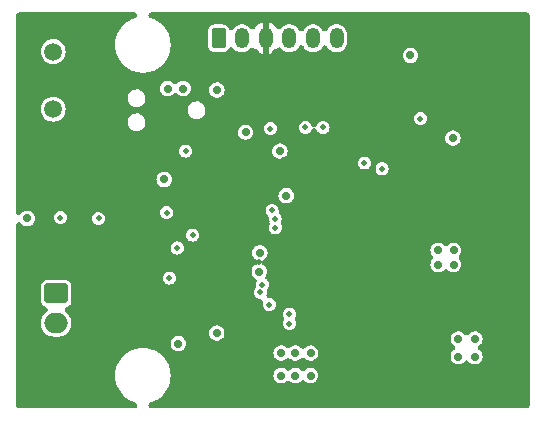
<source format=gbr>
%TF.GenerationSoftware,KiCad,Pcbnew,7.0.9*%
%TF.CreationDate,2023-11-28T13:38:34+10:00*%
%TF.ProjectId,cansult,63616e73-756c-4742-9e6b-696361645f70,rev?*%
%TF.SameCoordinates,Original*%
%TF.FileFunction,Copper,L2,Inr*%
%TF.FilePolarity,Positive*%
%FSLAX46Y46*%
G04 Gerber Fmt 4.6, Leading zero omitted, Abs format (unit mm)*
G04 Created by KiCad (PCBNEW 7.0.9) date 2023-11-28 13:38:34*
%MOMM*%
%LPD*%
G01*
G04 APERTURE LIST*
G04 Aperture macros list*
%AMRoundRect*
0 Rectangle with rounded corners*
0 $1 Rounding radius*
0 $2 $3 $4 $5 $6 $7 $8 $9 X,Y pos of 4 corners*
0 Add a 4 corners polygon primitive as box body*
4,1,4,$2,$3,$4,$5,$6,$7,$8,$9,$2,$3,0*
0 Add four circle primitives for the rounded corners*
1,1,$1+$1,$2,$3*
1,1,$1+$1,$4,$5*
1,1,$1+$1,$6,$7*
1,1,$1+$1,$8,$9*
0 Add four rect primitives between the rounded corners*
20,1,$1+$1,$2,$3,$4,$5,0*
20,1,$1+$1,$4,$5,$6,$7,0*
20,1,$1+$1,$6,$7,$8,$9,0*
20,1,$1+$1,$8,$9,$2,$3,0*%
G04 Aperture macros list end*
%TA.AperFunction,ComponentPad*%
%ADD10C,1.500000*%
%TD*%
%TA.AperFunction,ComponentPad*%
%ADD11RoundRect,0.250000X-0.750000X0.600000X-0.750000X-0.600000X0.750000X-0.600000X0.750000X0.600000X0*%
%TD*%
%TA.AperFunction,ComponentPad*%
%ADD12O,2.000000X1.700000*%
%TD*%
%TA.AperFunction,ComponentPad*%
%ADD13RoundRect,0.250000X-0.350000X-0.625000X0.350000X-0.625000X0.350000X0.625000X-0.350000X0.625000X0*%
%TD*%
%TA.AperFunction,ComponentPad*%
%ADD14O,1.200000X1.750000*%
%TD*%
%TA.AperFunction,ViaPad*%
%ADD15C,0.500000*%
%TD*%
%TA.AperFunction,ViaPad*%
%ADD16C,0.700000*%
%TD*%
G04 APERTURE END LIST*
D10*
%TO.N,OSC_IN*%
%TO.C,Y1*%
X169400000Y-77450000D03*
%TO.N,OSC_OUT*%
X169400000Y-72570000D03*
%TD*%
D11*
%TO.N,/mcu/CANH*%
%TO.C,J3*%
X169650000Y-93050000D03*
D12*
%TO.N,/mcu/CANL*%
X169650000Y-95550000D03*
%TD*%
D13*
%TO.N,unconnected-(J1-Pin_1-Pad1)*%
%TO.C,J1*%
X183400000Y-71450000D03*
D14*
%TO.N,CNSLT_CLK*%
X185400000Y-71450000D03*
%TO.N,GND*%
X187400000Y-71450000D03*
%TO.N,+12V*%
X189400000Y-71450000D03*
%TO.N,CNSLT_TX*%
X191400000Y-71450000D03*
%TO.N,CNSLT_RX*%
X193400000Y-71450000D03*
%TD*%
D15*
%TO.N,GND*%
X196977000Y-72009000D03*
X195199000Y-72009000D03*
X196977000Y-73152000D03*
X195199000Y-73152000D03*
D16*
%TO.N,+12VF*%
X183261000Y-75819000D03*
X199644000Y-72898000D03*
D15*
%TO.N,CNSLT_TX*%
X195750000Y-82000000D03*
%TO.N,GND*%
X183400000Y-73200000D03*
X170250000Y-89750000D03*
X167600000Y-74300000D03*
D16*
X198400000Y-94900000D03*
X195000000Y-86000000D03*
D15*
X187826500Y-83502796D03*
X199400000Y-97700000D03*
X180000000Y-102200000D03*
X167600000Y-77300000D03*
X198900000Y-88500000D03*
D16*
X195000000Y-94900000D03*
X207500000Y-69750000D03*
D15*
X180000000Y-71400000D03*
X170500000Y-91200000D03*
X207750000Y-81000000D03*
D16*
X207100000Y-89800000D03*
X208700000Y-100300000D03*
D15*
X182400000Y-83900000D03*
D16*
X208700000Y-94400000D03*
D15*
X206250000Y-81000000D03*
X175500000Y-97300000D03*
X191700000Y-101400000D03*
X197250000Y-77750000D03*
X196700000Y-92200000D03*
X206250000Y-79250000D03*
X174000000Y-69900000D03*
D16*
X186500000Y-72700000D03*
D15*
X188819785Y-81768699D03*
D16*
X193200000Y-94900000D03*
D15*
X197600000Y-97696228D03*
X175900000Y-90260000D03*
X201800000Y-69800000D03*
D16*
X198400000Y-86000000D03*
D15*
X167600000Y-72800000D03*
X201800000Y-75600000D03*
D16*
X202800000Y-86000000D03*
X192200000Y-89900000D03*
D15*
X169400000Y-70000000D03*
D16*
X187800000Y-73300000D03*
D15*
X199400000Y-100800000D03*
X180000000Y-99200000D03*
X172800000Y-75200000D03*
D16*
X200000000Y-94900000D03*
D15*
X207750000Y-79250000D03*
X186849812Y-90402843D03*
X177000000Y-97300000D03*
X180000000Y-100700000D03*
D16*
X208700000Y-92700000D03*
D15*
X174300000Y-80900000D03*
X180000000Y-69900000D03*
D16*
X192200000Y-93600000D03*
D15*
X198900000Y-92200000D03*
X171450000Y-80700000D03*
X172800000Y-78600000D03*
X167600000Y-71200000D03*
D16*
X208750000Y-69750000D03*
D15*
X203000000Y-82250000D03*
D16*
X192200000Y-88200000D03*
D15*
X172800000Y-71800000D03*
X204750000Y-81000000D03*
D16*
X196700000Y-94900000D03*
D15*
X197600000Y-100800000D03*
X204750000Y-79250000D03*
X185400000Y-87000000D03*
X194500000Y-92200000D03*
D16*
X208700000Y-97400000D03*
D15*
X184556358Y-92441960D03*
X185400000Y-83900000D03*
X197000000Y-75600000D03*
X192500000Y-83123500D03*
X180600000Y-81800000D03*
D16*
X192200000Y-86500000D03*
D15*
X194500000Y-88500000D03*
D16*
X196700000Y-86000000D03*
D15*
X203000000Y-84250000D03*
X204200000Y-69800000D03*
X174500000Y-86500000D03*
X200900000Y-82750000D03*
X180000000Y-72900000D03*
X184567947Y-79351108D03*
X188200000Y-82200000D03*
D16*
X207100000Y-85600000D03*
D15*
X174500000Y-88300000D03*
X167600000Y-78800000D03*
D16*
X175650000Y-94270000D03*
X177500000Y-75100000D03*
X200300000Y-86000000D03*
D15*
X189900000Y-92450000D03*
X180050000Y-91500000D03*
X196700000Y-88500000D03*
D16*
X184250000Y-97650000D03*
D15*
X170500000Y-97500000D03*
X167250000Y-89250000D03*
D16*
X205700000Y-71000000D03*
D15*
X182400000Y-87000000D03*
X167600000Y-75800000D03*
X180000000Y-74400000D03*
X167200000Y-80500000D03*
X183286768Y-79690595D03*
D16*
X192200000Y-91700000D03*
X206250000Y-69750000D03*
X208700000Y-101800000D03*
D15*
X199400000Y-75600000D03*
X179908819Y-85520497D03*
D16*
X187000000Y-73300000D03*
D15*
X189000000Y-79000000D03*
D16*
X193500000Y-86000000D03*
X188300000Y-72700000D03*
D15*
X174000000Y-71400000D03*
X178500000Y-97300000D03*
X174000000Y-72900000D03*
D16*
%TO.N,+3V3*%
X186902540Y-89605081D03*
X188700000Y-100000000D03*
X189124384Y-84775616D03*
X180400000Y-75700000D03*
X186850013Y-91202343D03*
X167200000Y-86700000D03*
X188700000Y-98100000D03*
X188600000Y-81000000D03*
X191200000Y-98100000D03*
X191200000Y-100000000D03*
X178800000Y-83400000D03*
X203250000Y-79900000D03*
X180000000Y-97300000D03*
X189900000Y-100000000D03*
X185687000Y-79399524D03*
X189900000Y-98100000D03*
%TO.N,+5V*%
X205100000Y-96900000D03*
X205100000Y-98400000D03*
X203300000Y-89400000D03*
X183250000Y-96400000D03*
X203300000Y-90600000D03*
X203700000Y-98400000D03*
X203700000Y-96900000D03*
X202000000Y-89400000D03*
X202000000Y-90600000D03*
D15*
%TO.N,+12VF*%
X192250000Y-79000000D03*
D16*
%TO.N,NRST*%
X179100000Y-75700000D03*
D15*
X179000000Y-86200000D03*
%TO.N,/consult/CLK_Q5*%
X170000000Y-86630000D03*
%TO.N,CLK_O*%
X187800000Y-79100000D03*
%TO.N,/consult/CLK_Q4*%
X173250000Y-86700000D03*
%TO.N,/mcu/BOOT0*%
X180607372Y-80993128D03*
%TO.N,MCU_TX*%
X190750000Y-79000000D03*
X179900000Y-89200000D03*
X187700000Y-94000000D03*
X188192964Y-86708259D03*
%TO.N,MCU_RX*%
X187937500Y-86002796D03*
X181200000Y-88100000D03*
X187118555Y-92294094D03*
X200500000Y-78250000D03*
%TO.N,CAN_TX*%
X189400000Y-95600000D03*
%TO.N,CAN_RX*%
X189400000Y-94800000D03*
%TO.N,/mcu/NRST BJ*%
X179250000Y-91750000D03*
%TO.N,/consult/OA-*%
X197250000Y-82500000D03*
%TO.N,BT_EN*%
X186934148Y-92968852D03*
X188200000Y-87500000D03*
%TD*%
%TA.AperFunction,Conductor*%
%TO.N,GND*%
G36*
X176374465Y-69269454D02*
G01*
X176455247Y-69323430D01*
X176509223Y-69404212D01*
X176528177Y-69499500D01*
X176509223Y-69594788D01*
X176455247Y-69675570D01*
X176374465Y-69729546D01*
X176359216Y-69735285D01*
X176098577Y-69823760D01*
X176098559Y-69823767D01*
X175822239Y-69960034D01*
X175822222Y-69960044D01*
X175607164Y-70103741D01*
X175566036Y-70131222D01*
X175334380Y-70334380D01*
X175131222Y-70566036D01*
X175131220Y-70566038D01*
X175131219Y-70566040D01*
X174960044Y-70822221D01*
X174960034Y-70822238D01*
X174823767Y-71098559D01*
X174823760Y-71098578D01*
X174724721Y-71390333D01*
X174724720Y-71390340D01*
X174664610Y-71692529D01*
X174664608Y-71692541D01*
X174644457Y-72000000D01*
X174664608Y-72307458D01*
X174664610Y-72307470D01*
X174724720Y-72609659D01*
X174724721Y-72609666D01*
X174823760Y-72901421D01*
X174823767Y-72901440D01*
X174960034Y-73177760D01*
X174960035Y-73177761D01*
X174960040Y-73177771D01*
X175131222Y-73433964D01*
X175334380Y-73665620D01*
X175566036Y-73868778D01*
X175822229Y-74039960D01*
X175822238Y-74039964D01*
X175822239Y-74039965D01*
X176098559Y-74176232D01*
X176098566Y-74176234D01*
X176098573Y-74176238D01*
X176242559Y-74225114D01*
X176390333Y-74275278D01*
X176390336Y-74275278D01*
X176390341Y-74275280D01*
X176635082Y-74323962D01*
X176692529Y-74335389D01*
X176692534Y-74335389D01*
X176692540Y-74335391D01*
X176923059Y-74350500D01*
X176923065Y-74350500D01*
X177076935Y-74350500D01*
X177076941Y-74350500D01*
X177307460Y-74335391D01*
X177609659Y-74275280D01*
X177609664Y-74275278D01*
X177609666Y-74275278D01*
X177687344Y-74248909D01*
X177901427Y-74176238D01*
X177901436Y-74176233D01*
X177901440Y-74176232D01*
X178037333Y-74109216D01*
X178177771Y-74039960D01*
X178433964Y-73868778D01*
X178665620Y-73665620D01*
X178868778Y-73433964D01*
X179039960Y-73177772D01*
X179176238Y-72901427D01*
X179177401Y-72898000D01*
X198988722Y-72898000D01*
X198997944Y-72973955D01*
X199007763Y-73054818D01*
X199063780Y-73202523D01*
X199153517Y-73332530D01*
X199271760Y-73437283D01*
X199411635Y-73510696D01*
X199565015Y-73548500D01*
X199565020Y-73548500D01*
X199722980Y-73548500D01*
X199722985Y-73548500D01*
X199876365Y-73510696D01*
X200016240Y-73437283D01*
X200134483Y-73332530D01*
X200224220Y-73202523D01*
X200280237Y-73054818D01*
X200299278Y-72898000D01*
X200280237Y-72741182D01*
X200224220Y-72593477D01*
X200134483Y-72463470D01*
X200071945Y-72408067D01*
X200016239Y-72358716D01*
X199876367Y-72285305D01*
X199876366Y-72285304D01*
X199876365Y-72285304D01*
X199773155Y-72259865D01*
X199722986Y-72247500D01*
X199722985Y-72247500D01*
X199565015Y-72247500D01*
X199565013Y-72247500D01*
X199464673Y-72272231D01*
X199411635Y-72285304D01*
X199411634Y-72285304D01*
X199411632Y-72285305D01*
X199271760Y-72358716D01*
X199153519Y-72463467D01*
X199153517Y-72463469D01*
X199063781Y-72593475D01*
X199063779Y-72593479D01*
X199007763Y-72741180D01*
X198988722Y-72898000D01*
X179177401Y-72898000D01*
X179269903Y-72625500D01*
X179275278Y-72609666D01*
X179275278Y-72609664D01*
X179275280Y-72609659D01*
X179335391Y-72307460D01*
X179347802Y-72118102D01*
X182499500Y-72118102D01*
X182505337Y-72166706D01*
X182510123Y-72206564D01*
X182510124Y-72206568D01*
X182565637Y-72347340D01*
X182603969Y-72397888D01*
X182657078Y-72467922D01*
X182711448Y-72509152D01*
X182777659Y-72559362D01*
X182905204Y-72609659D01*
X182918436Y-72614877D01*
X183006898Y-72625500D01*
X183006901Y-72625500D01*
X183793099Y-72625500D01*
X183793102Y-72625500D01*
X183881564Y-72614877D01*
X183995364Y-72570000D01*
X184022340Y-72559362D01*
X184022340Y-72559361D01*
X184022342Y-72559361D01*
X184142922Y-72467922D01*
X184234361Y-72347342D01*
X184243437Y-72324325D01*
X184296023Y-72242636D01*
X184375870Y-72187287D01*
X184470820Y-72166706D01*
X184566419Y-72184029D01*
X184648111Y-72236616D01*
X184660120Y-72249056D01*
X184667466Y-72257214D01*
X184667467Y-72257216D01*
X184794129Y-72397888D01*
X184914385Y-72485259D01*
X184947271Y-72509152D01*
X185120189Y-72586141D01*
X185120192Y-72586142D01*
X185120197Y-72586144D01*
X185305354Y-72625500D01*
X185494645Y-72625500D01*
X185494646Y-72625500D01*
X185679803Y-72586144D01*
X185738301Y-72560099D01*
X185852728Y-72509152D01*
X185852728Y-72509151D01*
X185852730Y-72509151D01*
X186005871Y-72397888D01*
X186087598Y-72307120D01*
X186165444Y-72248990D01*
X186259609Y-72225075D01*
X186355759Y-72239016D01*
X186439254Y-72288691D01*
X186468368Y-72319812D01*
X186600272Y-72487541D01*
X186759034Y-72625109D01*
X186940967Y-72730148D01*
X186940971Y-72730149D01*
X187139483Y-72798855D01*
X187150000Y-72800366D01*
X187150000Y-71730617D01*
X187219052Y-71784363D01*
X187337424Y-71825000D01*
X187431073Y-71825000D01*
X187523446Y-71809586D01*
X187633514Y-71750019D01*
X187650000Y-71732110D01*
X187650000Y-72796258D01*
X187761411Y-72769230D01*
X187761414Y-72769229D01*
X187952496Y-72681965D01*
X187952500Y-72681962D01*
X188123619Y-72560109D01*
X188123630Y-72560099D01*
X188268587Y-72408072D01*
X188268591Y-72408067D01*
X188314980Y-72335886D01*
X188382442Y-72265972D01*
X188471523Y-72227196D01*
X188568663Y-72225462D01*
X188659072Y-72261034D01*
X188709492Y-72303889D01*
X188794129Y-72397888D01*
X188914385Y-72485259D01*
X188947271Y-72509152D01*
X189120189Y-72586141D01*
X189120192Y-72586142D01*
X189120197Y-72586144D01*
X189305354Y-72625500D01*
X189494645Y-72625500D01*
X189494646Y-72625500D01*
X189679803Y-72586144D01*
X189738301Y-72560099D01*
X189852728Y-72509152D01*
X189852728Y-72509151D01*
X189852730Y-72509151D01*
X190005871Y-72397888D01*
X190132533Y-72257216D01*
X190184359Y-72167448D01*
X190248417Y-72094405D01*
X190335553Y-72051434D01*
X190432500Y-72045079D01*
X190524499Y-72076308D01*
X190597544Y-72140366D01*
X190615641Y-72167450D01*
X190667466Y-72257215D01*
X190667469Y-72257219D01*
X190763675Y-72364066D01*
X190794129Y-72397888D01*
X190884391Y-72463467D01*
X190947271Y-72509152D01*
X191120189Y-72586141D01*
X191120192Y-72586142D01*
X191120197Y-72586144D01*
X191305354Y-72625500D01*
X191494645Y-72625500D01*
X191494646Y-72625500D01*
X191679803Y-72586144D01*
X191738301Y-72560099D01*
X191852728Y-72509152D01*
X191852728Y-72509151D01*
X191852730Y-72509151D01*
X192005871Y-72397888D01*
X192132533Y-72257216D01*
X192184359Y-72167448D01*
X192248417Y-72094405D01*
X192335553Y-72051434D01*
X192432500Y-72045079D01*
X192524499Y-72076308D01*
X192597544Y-72140366D01*
X192615641Y-72167450D01*
X192667466Y-72257215D01*
X192667469Y-72257219D01*
X192763675Y-72364066D01*
X192794129Y-72397888D01*
X192884391Y-72463467D01*
X192947271Y-72509152D01*
X193120189Y-72586141D01*
X193120192Y-72586142D01*
X193120197Y-72586144D01*
X193305354Y-72625500D01*
X193494645Y-72625500D01*
X193494646Y-72625500D01*
X193679803Y-72586144D01*
X193738301Y-72560099D01*
X193852728Y-72509152D01*
X193852728Y-72509151D01*
X193852730Y-72509151D01*
X194005871Y-72397888D01*
X194132533Y-72257216D01*
X194227179Y-72093284D01*
X194285674Y-71913256D01*
X194294950Y-71825000D01*
X194300500Y-71772195D01*
X194300500Y-71127804D01*
X194285674Y-70986744D01*
X194227179Y-70806716D01*
X194132533Y-70642784D01*
X194132531Y-70642781D01*
X194132530Y-70642780D01*
X194005873Y-70502114D01*
X194005872Y-70502113D01*
X194005871Y-70502112D01*
X193909477Y-70432078D01*
X193852728Y-70390847D01*
X193679810Y-70313858D01*
X193679796Y-70313854D01*
X193494646Y-70274500D01*
X193305354Y-70274500D01*
X193120203Y-70313854D01*
X193120189Y-70313858D01*
X192947271Y-70390847D01*
X192794126Y-70502114D01*
X192667469Y-70642780D01*
X192667464Y-70642787D01*
X192615640Y-70732550D01*
X192551582Y-70805595D01*
X192464446Y-70848566D01*
X192367499Y-70854920D01*
X192275500Y-70823690D01*
X192202455Y-70759632D01*
X192184360Y-70732550D01*
X192132535Y-70642787D01*
X192132530Y-70642780D01*
X192005873Y-70502114D01*
X192005872Y-70502113D01*
X192005871Y-70502112D01*
X191909477Y-70432078D01*
X191852728Y-70390847D01*
X191679810Y-70313858D01*
X191679796Y-70313854D01*
X191494646Y-70274500D01*
X191305354Y-70274500D01*
X191120203Y-70313854D01*
X191120189Y-70313858D01*
X190947271Y-70390847D01*
X190794126Y-70502114D01*
X190667469Y-70642780D01*
X190667464Y-70642787D01*
X190615640Y-70732550D01*
X190551582Y-70805595D01*
X190464446Y-70848566D01*
X190367499Y-70854920D01*
X190275500Y-70823690D01*
X190202455Y-70759632D01*
X190184360Y-70732550D01*
X190132535Y-70642787D01*
X190132530Y-70642780D01*
X190005873Y-70502114D01*
X190005872Y-70502113D01*
X190005871Y-70502112D01*
X189909477Y-70432078D01*
X189852728Y-70390847D01*
X189679810Y-70313858D01*
X189679796Y-70313854D01*
X189494646Y-70274500D01*
X189305354Y-70274500D01*
X189120203Y-70313854D01*
X189120189Y-70313858D01*
X188947271Y-70390847D01*
X188794126Y-70502114D01*
X188794125Y-70502114D01*
X188712399Y-70592880D01*
X188634553Y-70651010D01*
X188540387Y-70674924D01*
X188444238Y-70660982D01*
X188360743Y-70611306D01*
X188331631Y-70580187D01*
X188199727Y-70412458D01*
X188040965Y-70274890D01*
X187859032Y-70169851D01*
X187859029Y-70169850D01*
X187660518Y-70101145D01*
X187660509Y-70101143D01*
X187650000Y-70099631D01*
X187650000Y-71169382D01*
X187580948Y-71115637D01*
X187462576Y-71075000D01*
X187368927Y-71075000D01*
X187276554Y-71090414D01*
X187166486Y-71149981D01*
X187150000Y-71167889D01*
X187150000Y-70103741D01*
X187038581Y-70130772D01*
X186847503Y-70218034D01*
X186847499Y-70218037D01*
X186676380Y-70339890D01*
X186676369Y-70339900D01*
X186531412Y-70491927D01*
X186531403Y-70491938D01*
X186485017Y-70564115D01*
X186417554Y-70634029D01*
X186328472Y-70672803D01*
X186231333Y-70674536D01*
X186140925Y-70638963D01*
X186090507Y-70596109D01*
X186005871Y-70502112D01*
X185909474Y-70432076D01*
X185852728Y-70390847D01*
X185679810Y-70313858D01*
X185679796Y-70313854D01*
X185494646Y-70274500D01*
X185305354Y-70274500D01*
X185120203Y-70313854D01*
X185120189Y-70313858D01*
X184947271Y-70390847D01*
X184794129Y-70502112D01*
X184660119Y-70650944D01*
X184582273Y-70709073D01*
X184488107Y-70732988D01*
X184391958Y-70719046D01*
X184308462Y-70669371D01*
X184250333Y-70591525D01*
X184243446Y-70575697D01*
X184234361Y-70552658D01*
X184142922Y-70432078D01*
X184088551Y-70390847D01*
X184022340Y-70340637D01*
X183881568Y-70285124D01*
X183881564Y-70285123D01*
X183793102Y-70274500D01*
X183006898Y-70274500D01*
X182940551Y-70282467D01*
X182918435Y-70285123D01*
X182918431Y-70285124D01*
X182777659Y-70340637D01*
X182657080Y-70432076D01*
X182657076Y-70432080D01*
X182565637Y-70552659D01*
X182510124Y-70693431D01*
X182510123Y-70693435D01*
X182510123Y-70693436D01*
X182499500Y-70781898D01*
X182499500Y-72118102D01*
X179347802Y-72118102D01*
X179355543Y-72000000D01*
X179335391Y-71692540D01*
X179335346Y-71692316D01*
X179323962Y-71635082D01*
X179275280Y-71390341D01*
X179275278Y-71390336D01*
X179275278Y-71390333D01*
X179224945Y-71242059D01*
X179176238Y-71098573D01*
X179176234Y-71098566D01*
X179176232Y-71098559D01*
X179039965Y-70822239D01*
X179039964Y-70822238D01*
X179039960Y-70822229D01*
X178868778Y-70566036D01*
X178665620Y-70334380D01*
X178433964Y-70131222D01*
X178177771Y-69960040D01*
X178177766Y-69960037D01*
X178177760Y-69960034D01*
X177901440Y-69823767D01*
X177901422Y-69823760D01*
X177640784Y-69735285D01*
X177556645Y-69686708D01*
X177497501Y-69609629D01*
X177472356Y-69515785D01*
X177485038Y-69419461D01*
X177533615Y-69335322D01*
X177610694Y-69276178D01*
X177704538Y-69251033D01*
X177720823Y-69250500D01*
X209500500Y-69250500D01*
X209595788Y-69269454D01*
X209676570Y-69323430D01*
X209730546Y-69404212D01*
X209749500Y-69499500D01*
X209749500Y-102500500D01*
X209730546Y-102595788D01*
X209676570Y-102676570D01*
X209595788Y-102730546D01*
X209500500Y-102749500D01*
X177720823Y-102749500D01*
X177625535Y-102730546D01*
X177544753Y-102676570D01*
X177490777Y-102595788D01*
X177471823Y-102500500D01*
X177490777Y-102405212D01*
X177544753Y-102324430D01*
X177625535Y-102270454D01*
X177640784Y-102264715D01*
X177752798Y-102226690D01*
X177901427Y-102176238D01*
X177901436Y-102176233D01*
X177901440Y-102176232D01*
X178037333Y-102109216D01*
X178177771Y-102039960D01*
X178433964Y-101868778D01*
X178665620Y-101665620D01*
X178868778Y-101433964D01*
X179039960Y-101177772D01*
X179176238Y-100901427D01*
X179248909Y-100687344D01*
X179275278Y-100609666D01*
X179275278Y-100609664D01*
X179275280Y-100609659D01*
X179335391Y-100307460D01*
X179355543Y-100000000D01*
X188044722Y-100000000D01*
X188063763Y-100156818D01*
X188119780Y-100304523D01*
X188121814Y-100307470D01*
X188209517Y-100434530D01*
X188209519Y-100434532D01*
X188222796Y-100446294D01*
X188327760Y-100539283D01*
X188467635Y-100612696D01*
X188621015Y-100650500D01*
X188621020Y-100650500D01*
X188778980Y-100650500D01*
X188778985Y-100650500D01*
X188932365Y-100612696D01*
X189072240Y-100539283D01*
X189134884Y-100483786D01*
X189218777Y-100434786D01*
X189315036Y-100421620D01*
X189409005Y-100446294D01*
X189465116Y-100483786D01*
X189527760Y-100539283D01*
X189667635Y-100612696D01*
X189821015Y-100650500D01*
X189821020Y-100650500D01*
X189978980Y-100650500D01*
X189978985Y-100650500D01*
X190132365Y-100612696D01*
X190272240Y-100539283D01*
X190384886Y-100439487D01*
X190468776Y-100390490D01*
X190565035Y-100377324D01*
X190659005Y-100401997D01*
X190715111Y-100439486D01*
X190827760Y-100539283D01*
X190827761Y-100539283D01*
X190827763Y-100539285D01*
X190897697Y-100575989D01*
X190967635Y-100612696D01*
X191121015Y-100650500D01*
X191121020Y-100650500D01*
X191278980Y-100650500D01*
X191278985Y-100650500D01*
X191432365Y-100612696D01*
X191572240Y-100539283D01*
X191690483Y-100434530D01*
X191780220Y-100304523D01*
X191836237Y-100156818D01*
X191855278Y-100000000D01*
X191836237Y-99843182D01*
X191780220Y-99695477D01*
X191690483Y-99565470D01*
X191684884Y-99560510D01*
X191572239Y-99460716D01*
X191432367Y-99387305D01*
X191432366Y-99387304D01*
X191432365Y-99387304D01*
X191329155Y-99361865D01*
X191278986Y-99349500D01*
X191278985Y-99349500D01*
X191121015Y-99349500D01*
X191121013Y-99349500D01*
X191020673Y-99374231D01*
X190967635Y-99387304D01*
X190967634Y-99387304D01*
X190967632Y-99387305D01*
X190827763Y-99460714D01*
X190715116Y-99560510D01*
X190631222Y-99609509D01*
X190534964Y-99622675D01*
X190440994Y-99598001D01*
X190384884Y-99560510D01*
X190377202Y-99553704D01*
X190272240Y-99460717D01*
X190272238Y-99460716D01*
X190272236Y-99460714D01*
X190132367Y-99387305D01*
X190132366Y-99387304D01*
X190132365Y-99387304D01*
X190029155Y-99361865D01*
X189978986Y-99349500D01*
X189978985Y-99349500D01*
X189821015Y-99349500D01*
X189821013Y-99349500D01*
X189720673Y-99374231D01*
X189667635Y-99387304D01*
X189667634Y-99387304D01*
X189667632Y-99387305D01*
X189527760Y-99460716D01*
X189465115Y-99516214D01*
X189381221Y-99565214D01*
X189284962Y-99578379D01*
X189190993Y-99553704D01*
X189134885Y-99516214D01*
X189072239Y-99460716D01*
X188932367Y-99387305D01*
X188932366Y-99387304D01*
X188932365Y-99387304D01*
X188829155Y-99361865D01*
X188778986Y-99349500D01*
X188778985Y-99349500D01*
X188621015Y-99349500D01*
X188621013Y-99349500D01*
X188520673Y-99374231D01*
X188467635Y-99387304D01*
X188467634Y-99387304D01*
X188467632Y-99387305D01*
X188327760Y-99460716D01*
X188209519Y-99565467D01*
X188209517Y-99565469D01*
X188119781Y-99695475D01*
X188119779Y-99695479D01*
X188063763Y-99843180D01*
X188063763Y-99843182D01*
X188044722Y-100000000D01*
X179355543Y-100000000D01*
X179335391Y-99692540D01*
X179275280Y-99390341D01*
X179275278Y-99390336D01*
X179275278Y-99390333D01*
X179225114Y-99242559D01*
X179176238Y-99098573D01*
X179176234Y-99098566D01*
X179176232Y-99098559D01*
X179039965Y-98822239D01*
X179039964Y-98822238D01*
X179039960Y-98822229D01*
X178868778Y-98566036D01*
X178665620Y-98334380D01*
X178433964Y-98131222D01*
X178387237Y-98100000D01*
X188044722Y-98100000D01*
X188063763Y-98256818D01*
X188119780Y-98404523D01*
X188119781Y-98404524D01*
X188209517Y-98534530D01*
X188209519Y-98534532D01*
X188222796Y-98546294D01*
X188327760Y-98639283D01*
X188467635Y-98712696D01*
X188621015Y-98750500D01*
X188621020Y-98750500D01*
X188778980Y-98750500D01*
X188778985Y-98750500D01*
X188932365Y-98712696D01*
X189072240Y-98639283D01*
X189134884Y-98583786D01*
X189218777Y-98534786D01*
X189315036Y-98521620D01*
X189409005Y-98546294D01*
X189465116Y-98583786D01*
X189527760Y-98639283D01*
X189667635Y-98712696D01*
X189821015Y-98750500D01*
X189821020Y-98750500D01*
X189978980Y-98750500D01*
X189978985Y-98750500D01*
X190132365Y-98712696D01*
X190272240Y-98639283D01*
X190384886Y-98539487D01*
X190468776Y-98490490D01*
X190565035Y-98477324D01*
X190659005Y-98501997D01*
X190715111Y-98539486D01*
X190827760Y-98639283D01*
X190827761Y-98639283D01*
X190827763Y-98639285D01*
X190897697Y-98675989D01*
X190967635Y-98712696D01*
X191121015Y-98750500D01*
X191121020Y-98750500D01*
X191278980Y-98750500D01*
X191278985Y-98750500D01*
X191432365Y-98712696D01*
X191572240Y-98639283D01*
X191690483Y-98534530D01*
X191780220Y-98404523D01*
X191781935Y-98400000D01*
X203044722Y-98400000D01*
X203063763Y-98556819D01*
X203104854Y-98665166D01*
X203119780Y-98704523D01*
X203209517Y-98834530D01*
X203327760Y-98939283D01*
X203467635Y-99012696D01*
X203621015Y-99050500D01*
X203621020Y-99050500D01*
X203778980Y-99050500D01*
X203778985Y-99050500D01*
X203932365Y-99012696D01*
X204072240Y-98939283D01*
X204190483Y-98834530D01*
X204195074Y-98827879D01*
X204264801Y-98760223D01*
X204355111Y-98724402D01*
X204452255Y-98725867D01*
X204541443Y-98764396D01*
X204604926Y-98827879D01*
X204609515Y-98834528D01*
X204609517Y-98834530D01*
X204727760Y-98939283D01*
X204867635Y-99012696D01*
X205021015Y-99050500D01*
X205021020Y-99050500D01*
X205178980Y-99050500D01*
X205178985Y-99050500D01*
X205332365Y-99012696D01*
X205472240Y-98939283D01*
X205590483Y-98834530D01*
X205680220Y-98704523D01*
X205736237Y-98556818D01*
X205755278Y-98400000D01*
X205736237Y-98243182D01*
X205680220Y-98095477D01*
X205590483Y-97965470D01*
X205584358Y-97960044D01*
X205472241Y-97860718D01*
X205463843Y-97854921D01*
X205396191Y-97785192D01*
X205360372Y-97694880D01*
X205361841Y-97597737D01*
X205400373Y-97508549D01*
X205463843Y-97445079D01*
X205472232Y-97439287D01*
X205472240Y-97439283D01*
X205590483Y-97334530D01*
X205680220Y-97204523D01*
X205736237Y-97056818D01*
X205755278Y-96900000D01*
X205736237Y-96743182D01*
X205680220Y-96595477D01*
X205590483Y-96465470D01*
X205520952Y-96403872D01*
X205472239Y-96360716D01*
X205332367Y-96287305D01*
X205332366Y-96287304D01*
X205332365Y-96287304D01*
X205229155Y-96261865D01*
X205178986Y-96249500D01*
X205178985Y-96249500D01*
X205021015Y-96249500D01*
X205021013Y-96249500D01*
X204920673Y-96274231D01*
X204867635Y-96287304D01*
X204867634Y-96287304D01*
X204867632Y-96287305D01*
X204727760Y-96360716D01*
X204609519Y-96465467D01*
X204609515Y-96465471D01*
X204604923Y-96472125D01*
X204535194Y-96539779D01*
X204444883Y-96575598D01*
X204347739Y-96574131D01*
X204258552Y-96535600D01*
X204195077Y-96472125D01*
X204190484Y-96465471D01*
X204190480Y-96465467D01*
X204072239Y-96360716D01*
X203932367Y-96287305D01*
X203932366Y-96287304D01*
X203932365Y-96287304D01*
X203829155Y-96261865D01*
X203778986Y-96249500D01*
X203778985Y-96249500D01*
X203621015Y-96249500D01*
X203621013Y-96249500D01*
X203520673Y-96274231D01*
X203467635Y-96287304D01*
X203467634Y-96287304D01*
X203467632Y-96287305D01*
X203327760Y-96360716D01*
X203209519Y-96465467D01*
X203209517Y-96465469D01*
X203119781Y-96595475D01*
X203119779Y-96595479D01*
X203063763Y-96743180D01*
X203063763Y-96743182D01*
X203044722Y-96900000D01*
X203063763Y-97056818D01*
X203119780Y-97204523D01*
X203134513Y-97225867D01*
X203209517Y-97334530D01*
X203209519Y-97334532D01*
X203327761Y-97439284D01*
X203336160Y-97445082D01*
X203403811Y-97514813D01*
X203439628Y-97605125D01*
X203438157Y-97702269D01*
X203399623Y-97791455D01*
X203336160Y-97854918D01*
X203327761Y-97860715D01*
X203209519Y-97965467D01*
X203209517Y-97965469D01*
X203119781Y-98095475D01*
X203119779Y-98095479D01*
X203063763Y-98243180D01*
X203044722Y-98400000D01*
X191781935Y-98400000D01*
X191836237Y-98256818D01*
X191855278Y-98100000D01*
X191836237Y-97943182D01*
X191780220Y-97795477D01*
X191690483Y-97665470D01*
X191689512Y-97664610D01*
X191572239Y-97560716D01*
X191432367Y-97487305D01*
X191432366Y-97487304D01*
X191432365Y-97487304D01*
X191308676Y-97456818D01*
X191278986Y-97449500D01*
X191278985Y-97449500D01*
X191121015Y-97449500D01*
X191121013Y-97449500D01*
X191020673Y-97474231D01*
X190967635Y-97487304D01*
X190967634Y-97487304D01*
X190967632Y-97487305D01*
X190827763Y-97560714D01*
X190715116Y-97660510D01*
X190631222Y-97709509D01*
X190534964Y-97722675D01*
X190440994Y-97698001D01*
X190384884Y-97660510D01*
X190372456Y-97649500D01*
X190272240Y-97560717D01*
X190272238Y-97560716D01*
X190272236Y-97560714D01*
X190132367Y-97487305D01*
X190132366Y-97487304D01*
X190132365Y-97487304D01*
X190008676Y-97456818D01*
X189978986Y-97449500D01*
X189978985Y-97449500D01*
X189821015Y-97449500D01*
X189821013Y-97449500D01*
X189720673Y-97474231D01*
X189667635Y-97487304D01*
X189667634Y-97487304D01*
X189667632Y-97487305D01*
X189527760Y-97560716D01*
X189465115Y-97616214D01*
X189381221Y-97665214D01*
X189284962Y-97678379D01*
X189190993Y-97653704D01*
X189134885Y-97616214D01*
X189072239Y-97560716D01*
X188932367Y-97487305D01*
X188932366Y-97487304D01*
X188932365Y-97487304D01*
X188808676Y-97456818D01*
X188778986Y-97449500D01*
X188778985Y-97449500D01*
X188621015Y-97449500D01*
X188621013Y-97449500D01*
X188520673Y-97474231D01*
X188467635Y-97487304D01*
X188467634Y-97487304D01*
X188467632Y-97487305D01*
X188327760Y-97560716D01*
X188209519Y-97665467D01*
X188209517Y-97665469D01*
X188119781Y-97795475D01*
X188119779Y-97795479D01*
X188063763Y-97943180D01*
X188052034Y-98039779D01*
X188044722Y-98100000D01*
X178387237Y-98100000D01*
X178177771Y-97960040D01*
X178177766Y-97960037D01*
X178177760Y-97960034D01*
X177901440Y-97823767D01*
X177901428Y-97823762D01*
X177901427Y-97823762D01*
X177893836Y-97821185D01*
X177609666Y-97724721D01*
X177609659Y-97724720D01*
X177307470Y-97664610D01*
X177307458Y-97664608D01*
X177148759Y-97654207D01*
X177076941Y-97649500D01*
X176923059Y-97649500D01*
X176854785Y-97653974D01*
X176692541Y-97664608D01*
X176692529Y-97664610D01*
X176390340Y-97724720D01*
X176390333Y-97724721D01*
X176098578Y-97823760D01*
X176098559Y-97823767D01*
X175822239Y-97960034D01*
X175822222Y-97960044D01*
X175619535Y-98095475D01*
X175566036Y-98131222D01*
X175334380Y-98334380D01*
X175131222Y-98566036D01*
X175131220Y-98566038D01*
X175131219Y-98566040D01*
X174960044Y-98822221D01*
X174960034Y-98822238D01*
X174823767Y-99098559D01*
X174823760Y-99098578D01*
X174724721Y-99390333D01*
X174724720Y-99390340D01*
X174664610Y-99692529D01*
X174664608Y-99692541D01*
X174644457Y-100000000D01*
X174664608Y-100307458D01*
X174664610Y-100307470D01*
X174724720Y-100609659D01*
X174724721Y-100609666D01*
X174823760Y-100901421D01*
X174823767Y-100901440D01*
X174960034Y-101177760D01*
X174960035Y-101177761D01*
X174960040Y-101177771D01*
X175131222Y-101433964D01*
X175334380Y-101665620D01*
X175566036Y-101868778D01*
X175822229Y-102039960D01*
X175822238Y-102039964D01*
X175822239Y-102039965D01*
X176098559Y-102176232D01*
X176098567Y-102176235D01*
X176098573Y-102176238D01*
X176204155Y-102212078D01*
X176359216Y-102264715D01*
X176443355Y-102313292D01*
X176502499Y-102390371D01*
X176527644Y-102484215D01*
X176514962Y-102580539D01*
X176466385Y-102664678D01*
X176389306Y-102723822D01*
X176295462Y-102748967D01*
X176279177Y-102749500D01*
X166499500Y-102749500D01*
X166404212Y-102730546D01*
X166323430Y-102676570D01*
X166269454Y-102595788D01*
X166250500Y-102500500D01*
X166250500Y-97300000D01*
X179344722Y-97300000D01*
X179363763Y-97456819D01*
X179399292Y-97550500D01*
X179419780Y-97604523D01*
X179509517Y-97734530D01*
X179627760Y-97839283D01*
X179767635Y-97912696D01*
X179921015Y-97950500D01*
X179921020Y-97950500D01*
X180078980Y-97950500D01*
X180078985Y-97950500D01*
X180232365Y-97912696D01*
X180372240Y-97839283D01*
X180490483Y-97734530D01*
X180580220Y-97604523D01*
X180636237Y-97456818D01*
X180655278Y-97300000D01*
X180636237Y-97143182D01*
X180580220Y-96995477D01*
X180490483Y-96865470D01*
X180372240Y-96760717D01*
X180372239Y-96760716D01*
X180232367Y-96687305D01*
X180232366Y-96687304D01*
X180232365Y-96687304D01*
X180129155Y-96661865D01*
X180078986Y-96649500D01*
X180078985Y-96649500D01*
X179921015Y-96649500D01*
X179921013Y-96649500D01*
X179820673Y-96674231D01*
X179767635Y-96687304D01*
X179767634Y-96687304D01*
X179767632Y-96687305D01*
X179627760Y-96760716D01*
X179509519Y-96865467D01*
X179509517Y-96865469D01*
X179419781Y-96995475D01*
X179419779Y-96995479D01*
X179363763Y-97143180D01*
X179344722Y-97300000D01*
X166250500Y-97300000D01*
X166250500Y-95656613D01*
X168349500Y-95656613D01*
X168366864Y-95749500D01*
X168388679Y-95866198D01*
X168427137Y-95965470D01*
X168465702Y-96065019D01*
X168465704Y-96065022D01*
X168577942Y-96246294D01*
X168577945Y-96246297D01*
X168577948Y-96246302D01*
X168721593Y-96403872D01*
X168891745Y-96532366D01*
X168891748Y-96532368D01*
X168906632Y-96539779D01*
X169082611Y-96627405D01*
X169082617Y-96627406D01*
X169082620Y-96627408D01*
X169287685Y-96685755D01*
X169287687Y-96685755D01*
X169287690Y-96685756D01*
X169446806Y-96700500D01*
X169446809Y-96700500D01*
X169853191Y-96700500D01*
X169853194Y-96700500D01*
X170012310Y-96685756D01*
X170012314Y-96685755D01*
X170217379Y-96627408D01*
X170217379Y-96627407D01*
X170217389Y-96627405D01*
X170408255Y-96532366D01*
X170578407Y-96403872D01*
X170581937Y-96400000D01*
X182594722Y-96400000D01*
X182613763Y-96556819D01*
X182628424Y-96595477D01*
X182669780Y-96704523D01*
X182759517Y-96834530D01*
X182877760Y-96939283D01*
X183017635Y-97012696D01*
X183171015Y-97050500D01*
X183171020Y-97050500D01*
X183328980Y-97050500D01*
X183328985Y-97050500D01*
X183482365Y-97012696D01*
X183622240Y-96939283D01*
X183740483Y-96834530D01*
X183830220Y-96704523D01*
X183886237Y-96556818D01*
X183905278Y-96400000D01*
X183886237Y-96243182D01*
X183830220Y-96095477D01*
X183740483Y-95965470D01*
X183641325Y-95877625D01*
X183622239Y-95860716D01*
X183482367Y-95787305D01*
X183482366Y-95787304D01*
X183482365Y-95787304D01*
X183379155Y-95761865D01*
X183328986Y-95749500D01*
X183328985Y-95749500D01*
X183171015Y-95749500D01*
X183171013Y-95749500D01*
X183070673Y-95774231D01*
X183017635Y-95787304D01*
X183017634Y-95787304D01*
X183017632Y-95787305D01*
X182877760Y-95860716D01*
X182759519Y-95965467D01*
X182759517Y-95965469D01*
X182669781Y-96095475D01*
X182669779Y-96095479D01*
X182613763Y-96243180D01*
X182594722Y-96400000D01*
X170581937Y-96400000D01*
X170722052Y-96246302D01*
X170834298Y-96065019D01*
X170911321Y-95866198D01*
X170934218Y-95743709D01*
X170950500Y-95656613D01*
X170950500Y-95600000D01*
X188844750Y-95600000D01*
X188863670Y-95743709D01*
X188863670Y-95743711D01*
X188863671Y-95743712D01*
X188863671Y-95743714D01*
X188919136Y-95877621D01*
X188919141Y-95877628D01*
X189007374Y-95992616D01*
X189007383Y-95992625D01*
X189122371Y-96080858D01*
X189122378Y-96080863D01*
X189256286Y-96136328D01*
X189256291Y-96136330D01*
X189400000Y-96155250D01*
X189543709Y-96136330D01*
X189543714Y-96136328D01*
X189677621Y-96080863D01*
X189677622Y-96080862D01*
X189677625Y-96080861D01*
X189792621Y-95992621D01*
X189880861Y-95877625D01*
X189887865Y-95860717D01*
X189936328Y-95743714D01*
X189936328Y-95743713D01*
X189936330Y-95743709D01*
X189955250Y-95600000D01*
X189936330Y-95456291D01*
X189930986Y-95443390D01*
X189874616Y-95307297D01*
X189876047Y-95306704D01*
X189850858Y-95232501D01*
X189857212Y-95135554D01*
X189874911Y-95092825D01*
X189874616Y-95092703D01*
X189936328Y-94943714D01*
X189936328Y-94943713D01*
X189936330Y-94943709D01*
X189955250Y-94800000D01*
X189936330Y-94656291D01*
X189936328Y-94656285D01*
X189880863Y-94522378D01*
X189880858Y-94522371D01*
X189792625Y-94407383D01*
X189792616Y-94407374D01*
X189677628Y-94319141D01*
X189677621Y-94319136D01*
X189543713Y-94263671D01*
X189543710Y-94263670D01*
X189543709Y-94263670D01*
X189400000Y-94244750D01*
X189256291Y-94263670D01*
X189256289Y-94263670D01*
X189256287Y-94263671D01*
X189256285Y-94263671D01*
X189122378Y-94319136D01*
X189122371Y-94319141D01*
X189007383Y-94407374D01*
X189007374Y-94407383D01*
X188919141Y-94522371D01*
X188919136Y-94522378D01*
X188863671Y-94656285D01*
X188863671Y-94656287D01*
X188863670Y-94656289D01*
X188863670Y-94656291D01*
X188844750Y-94800000D01*
X188863670Y-94943709D01*
X188863670Y-94943711D01*
X188863671Y-94943712D01*
X188863671Y-94943714D01*
X188925384Y-95092703D01*
X188923954Y-95093295D01*
X188949143Y-95167514D01*
X188942783Y-95264461D01*
X188925089Y-95307175D01*
X188925384Y-95307297D01*
X188863671Y-95456285D01*
X188863671Y-95456287D01*
X188863670Y-95456289D01*
X188863670Y-95456291D01*
X188844750Y-95600000D01*
X170950500Y-95600000D01*
X170950500Y-95443386D01*
X170917052Y-95264461D01*
X170911321Y-95233802D01*
X170834298Y-95034981D01*
X170777788Y-94943714D01*
X170722057Y-94853705D01*
X170722054Y-94853702D01*
X170722052Y-94853698D01*
X170578407Y-94696128D01*
X170578406Y-94696127D01*
X170578404Y-94696125D01*
X170476163Y-94618916D01*
X170411544Y-94546367D01*
X170379608Y-94454611D01*
X170385216Y-94357618D01*
X170427515Y-94270154D01*
X170500064Y-94205535D01*
X170534874Y-94188572D01*
X170620578Y-94154773D01*
X170672342Y-94134361D01*
X170792922Y-94042922D01*
X170884361Y-93922342D01*
X170939877Y-93781564D01*
X170950500Y-93693102D01*
X170950500Y-92406898D01*
X170939877Y-92318436D01*
X170934677Y-92305249D01*
X170884362Y-92177659D01*
X170802522Y-92069738D01*
X170792922Y-92057078D01*
X170713682Y-91996988D01*
X170672340Y-91965637D01*
X170531568Y-91910124D01*
X170531564Y-91910123D01*
X170443102Y-91899500D01*
X168856898Y-91899500D01*
X168790551Y-91907467D01*
X168768435Y-91910123D01*
X168768431Y-91910124D01*
X168627659Y-91965637D01*
X168507080Y-92057076D01*
X168507076Y-92057080D01*
X168415637Y-92177659D01*
X168360124Y-92318431D01*
X168360123Y-92318435D01*
X168360123Y-92318436D01*
X168349500Y-92406898D01*
X168349500Y-93693102D01*
X168353016Y-93722378D01*
X168360123Y-93781564D01*
X168360124Y-93781568D01*
X168415637Y-93922340D01*
X168415639Y-93922342D01*
X168507078Y-94042922D01*
X168589231Y-94105221D01*
X168627659Y-94134362D01*
X168765126Y-94188572D01*
X168846817Y-94241161D01*
X168902165Y-94321009D01*
X168922743Y-94415960D01*
X168905418Y-94511558D01*
X168852829Y-94593249D01*
X168823837Y-94618916D01*
X168721593Y-94696128D01*
X168577942Y-94853705D01*
X168465704Y-95034977D01*
X168465702Y-95034980D01*
X168443293Y-95092825D01*
X168404633Y-95192621D01*
X168388678Y-95233805D01*
X168349500Y-95443386D01*
X168349500Y-95656613D01*
X166250500Y-95656613D01*
X166250500Y-91750000D01*
X178694750Y-91750000D01*
X178713670Y-91893709D01*
X178713670Y-91893711D01*
X178713671Y-91893712D01*
X178713671Y-91893714D01*
X178769136Y-92027621D01*
X178769141Y-92027628D01*
X178857374Y-92142616D01*
X178857383Y-92142625D01*
X178972371Y-92230858D01*
X178972378Y-92230863D01*
X179106286Y-92286328D01*
X179106291Y-92286330D01*
X179250000Y-92305250D01*
X179393709Y-92286330D01*
X179393714Y-92286328D01*
X179527621Y-92230863D01*
X179527622Y-92230862D01*
X179527625Y-92230861D01*
X179642621Y-92142621D01*
X179730861Y-92027625D01*
X179783113Y-91901477D01*
X179786328Y-91893714D01*
X179786328Y-91893713D01*
X179786330Y-91893709D01*
X179805250Y-91750000D01*
X179786330Y-91606291D01*
X179754471Y-91529375D01*
X179730863Y-91472378D01*
X179730858Y-91472371D01*
X179642625Y-91357383D01*
X179642616Y-91357374D01*
X179527628Y-91269141D01*
X179527621Y-91269136D01*
X179393713Y-91213671D01*
X179393710Y-91213670D01*
X179393709Y-91213670D01*
X179307673Y-91202343D01*
X186194735Y-91202343D01*
X186213776Y-91359161D01*
X186269793Y-91506866D01*
X186359530Y-91636873D01*
X186477773Y-91741626D01*
X186501300Y-91753974D01*
X186576864Y-91815040D01*
X186623308Y-91900375D01*
X186633560Y-91996988D01*
X186615629Y-92069738D01*
X186582226Y-92150381D01*
X186582225Y-92150383D01*
X186582225Y-92150385D01*
X186564327Y-92286330D01*
X186563305Y-92294096D01*
X186578357Y-92408433D01*
X186572002Y-92505380D01*
X186529032Y-92592513D01*
X186453289Y-92691223D01*
X186453284Y-92691230D01*
X186397819Y-92825137D01*
X186397819Y-92825139D01*
X186397818Y-92825141D01*
X186397818Y-92825143D01*
X186378898Y-92968852D01*
X186397818Y-93112561D01*
X186397818Y-93112563D01*
X186397819Y-93112564D01*
X186397819Y-93112566D01*
X186453284Y-93246473D01*
X186453289Y-93246480D01*
X186541522Y-93361468D01*
X186541531Y-93361477D01*
X186656519Y-93449710D01*
X186656526Y-93449715D01*
X186790434Y-93505180D01*
X186790439Y-93505182D01*
X186934148Y-93524102D01*
X186934149Y-93524101D01*
X186950329Y-93526232D01*
X186950048Y-93528365D01*
X187023900Y-93543056D01*
X187104682Y-93597032D01*
X187158658Y-93677814D01*
X187177612Y-93773102D01*
X187164391Y-93839584D01*
X187167895Y-93840523D01*
X187163671Y-93856287D01*
X187163670Y-93856289D01*
X187163670Y-93856291D01*
X187144750Y-94000000D01*
X187163670Y-94143709D01*
X187163670Y-94143711D01*
X187163671Y-94143712D01*
X187163671Y-94143714D01*
X187219136Y-94277621D01*
X187219141Y-94277628D01*
X187307374Y-94392616D01*
X187307383Y-94392625D01*
X187422371Y-94480858D01*
X187422378Y-94480863D01*
X187522590Y-94522371D01*
X187556291Y-94536330D01*
X187700000Y-94555250D01*
X187843709Y-94536330D01*
X187843714Y-94536328D01*
X187977621Y-94480863D01*
X187977622Y-94480862D01*
X187977625Y-94480861D01*
X188092621Y-94392621D01*
X188180861Y-94277625D01*
X188186642Y-94263670D01*
X188236328Y-94143714D01*
X188236328Y-94143713D01*
X188236330Y-94143709D01*
X188255250Y-94000000D01*
X188236330Y-93856291D01*
X188229410Y-93839584D01*
X188180863Y-93722378D01*
X188180858Y-93722371D01*
X188092625Y-93607383D01*
X188092616Y-93607374D01*
X187977628Y-93519141D01*
X187977621Y-93519136D01*
X187843713Y-93463671D01*
X187843710Y-93463670D01*
X187843709Y-93463670D01*
X187700000Y-93444750D01*
X187699998Y-93444750D01*
X187683819Y-93442620D01*
X187684099Y-93440486D01*
X187610248Y-93425796D01*
X187529466Y-93371820D01*
X187475490Y-93291038D01*
X187456536Y-93195750D01*
X187469756Y-93129267D01*
X187466253Y-93128329D01*
X187470474Y-93112569D01*
X187470478Y-93112561D01*
X187489398Y-92968852D01*
X187489398Y-92968849D01*
X187489398Y-92968848D01*
X187474345Y-92854517D01*
X187480698Y-92757570D01*
X187523666Y-92670437D01*
X187599416Y-92571719D01*
X187654885Y-92437803D01*
X187673805Y-92294094D01*
X187654885Y-92150385D01*
X187651671Y-92142625D01*
X187599418Y-92016472D01*
X187599413Y-92016465D01*
X187511180Y-91901477D01*
X187511172Y-91901469D01*
X187468037Y-91868371D01*
X187403978Y-91795326D01*
X187372747Y-91703328D01*
X187379101Y-91606381D01*
X187414692Y-91529380D01*
X187430233Y-91506866D01*
X187486250Y-91359161D01*
X187505291Y-91202343D01*
X187486250Y-91045525D01*
X187430233Y-90897820D01*
X187340496Y-90767813D01*
X187328086Y-90756819D01*
X187222252Y-90663059D01*
X187174457Y-90637974D01*
X187127467Y-90600000D01*
X201344722Y-90600000D01*
X201363763Y-90756819D01*
X201367932Y-90767812D01*
X201419780Y-90904523D01*
X201419781Y-90904524D01*
X201509517Y-91034530D01*
X201509519Y-91034532D01*
X201521928Y-91045525D01*
X201627760Y-91139283D01*
X201767635Y-91212696D01*
X201921015Y-91250500D01*
X201921020Y-91250500D01*
X202078980Y-91250500D01*
X202078985Y-91250500D01*
X202232365Y-91212696D01*
X202372240Y-91139283D01*
X202484886Y-91039487D01*
X202568776Y-90990490D01*
X202665035Y-90977324D01*
X202759005Y-91001997D01*
X202815111Y-91039486D01*
X202927760Y-91139283D01*
X202927761Y-91139283D01*
X202927763Y-91139285D01*
X202997697Y-91175989D01*
X203067635Y-91212696D01*
X203221015Y-91250500D01*
X203221020Y-91250500D01*
X203378980Y-91250500D01*
X203378985Y-91250500D01*
X203532365Y-91212696D01*
X203672240Y-91139283D01*
X203790483Y-91034530D01*
X203880220Y-90904523D01*
X203936237Y-90756818D01*
X203955278Y-90600000D01*
X203936237Y-90443182D01*
X203880220Y-90295477D01*
X203790483Y-90165470D01*
X203790482Y-90165469D01*
X203790173Y-90165120D01*
X203789796Y-90164475D01*
X203781926Y-90153073D01*
X203782788Y-90152477D01*
X203741171Y-90081227D01*
X203728004Y-89984969D01*
X203752676Y-89890999D01*
X203782061Y-89847020D01*
X203781926Y-89846927D01*
X203788103Y-89837976D01*
X203790173Y-89834880D01*
X203790478Y-89834534D01*
X203790483Y-89834530D01*
X203880220Y-89704523D01*
X203936237Y-89556818D01*
X203955278Y-89400000D01*
X203936237Y-89243182D01*
X203880220Y-89095477D01*
X203790483Y-88965470D01*
X203784884Y-88960510D01*
X203672239Y-88860716D01*
X203532367Y-88787305D01*
X203532366Y-88787304D01*
X203532365Y-88787304D01*
X203429155Y-88761865D01*
X203378986Y-88749500D01*
X203378985Y-88749500D01*
X203221015Y-88749500D01*
X203221013Y-88749500D01*
X203120673Y-88774231D01*
X203067635Y-88787304D01*
X203067634Y-88787304D01*
X203067632Y-88787305D01*
X202927763Y-88860714D01*
X202815116Y-88960510D01*
X202731222Y-89009509D01*
X202634964Y-89022675D01*
X202540994Y-88998001D01*
X202484884Y-88960510D01*
X202372240Y-88860717D01*
X202372238Y-88860716D01*
X202372236Y-88860714D01*
X202232367Y-88787305D01*
X202232366Y-88787304D01*
X202232365Y-88787304D01*
X202129155Y-88761865D01*
X202078986Y-88749500D01*
X202078985Y-88749500D01*
X201921015Y-88749500D01*
X201921013Y-88749500D01*
X201820673Y-88774231D01*
X201767635Y-88787304D01*
X201767634Y-88787304D01*
X201767632Y-88787305D01*
X201627760Y-88860716D01*
X201509519Y-88965467D01*
X201509517Y-88965469D01*
X201419781Y-89095475D01*
X201419779Y-89095479D01*
X201363763Y-89243180D01*
X201344722Y-89400000D01*
X201363763Y-89556819D01*
X201404854Y-89665166D01*
X201419780Y-89704523D01*
X201454794Y-89755250D01*
X201509520Y-89834535D01*
X201509834Y-89834889D01*
X201510214Y-89835540D01*
X201518074Y-89846927D01*
X201517212Y-89847521D01*
X201558832Y-89918784D01*
X201571994Y-90015043D01*
X201547318Y-90109012D01*
X201517939Y-90152980D01*
X201518074Y-90153073D01*
X201511927Y-90161977D01*
X201509834Y-90165111D01*
X201509520Y-90165464D01*
X201419781Y-90295475D01*
X201419779Y-90295479D01*
X201363763Y-90443180D01*
X201344722Y-90600000D01*
X187127467Y-90600000D01*
X187098892Y-90576908D01*
X187052448Y-90491573D01*
X187042196Y-90394960D01*
X187069696Y-90301779D01*
X187130762Y-90226214D01*
X187174458Y-90197018D01*
X187274776Y-90144366D01*
X187274775Y-90144366D01*
X187274780Y-90144364D01*
X187393023Y-90039611D01*
X187482760Y-89909604D01*
X187538777Y-89761899D01*
X187557818Y-89605081D01*
X187538777Y-89448263D01*
X187482760Y-89300558D01*
X187393023Y-89170551D01*
X187274780Y-89065798D01*
X187274779Y-89065797D01*
X187134907Y-88992386D01*
X187134906Y-88992385D01*
X187134905Y-88992385D01*
X187025692Y-88965467D01*
X186981526Y-88954581D01*
X186981525Y-88954581D01*
X186823555Y-88954581D01*
X186823553Y-88954581D01*
X186723213Y-88979312D01*
X186670175Y-88992385D01*
X186670174Y-88992385D01*
X186670172Y-88992386D01*
X186530300Y-89065797D01*
X186412059Y-89170548D01*
X186412057Y-89170550D01*
X186322321Y-89300556D01*
X186322319Y-89300560D01*
X186266303Y-89448261D01*
X186247262Y-89605081D01*
X186265495Y-89755249D01*
X186266303Y-89761899D01*
X186322320Y-89909604D01*
X186412057Y-90039611D01*
X186530300Y-90144364D01*
X186578095Y-90169449D01*
X186653659Y-90230514D01*
X186700103Y-90315849D01*
X186710356Y-90412461D01*
X186682857Y-90505643D01*
X186621791Y-90581208D01*
X186578097Y-90610404D01*
X186477774Y-90663059D01*
X186477773Y-90663059D01*
X186359532Y-90767810D01*
X186359530Y-90767812D01*
X186269794Y-90897818D01*
X186269792Y-90897822D01*
X186213776Y-91045523D01*
X186195657Y-91194750D01*
X186194735Y-91202343D01*
X179307673Y-91202343D01*
X179250000Y-91194750D01*
X179106291Y-91213670D01*
X179106289Y-91213670D01*
X179106287Y-91213671D01*
X179106285Y-91213671D01*
X178972378Y-91269136D01*
X178972371Y-91269141D01*
X178857383Y-91357374D01*
X178857374Y-91357383D01*
X178769141Y-91472371D01*
X178769136Y-91472378D01*
X178713671Y-91606285D01*
X178713671Y-91606287D01*
X178713670Y-91606289D01*
X178713670Y-91606291D01*
X178694750Y-91750000D01*
X166250500Y-91750000D01*
X166250500Y-89200000D01*
X179344750Y-89200000D01*
X179363670Y-89343709D01*
X179363670Y-89343711D01*
X179363671Y-89343712D01*
X179363671Y-89343714D01*
X179419136Y-89477621D01*
X179419141Y-89477628D01*
X179507374Y-89592616D01*
X179507383Y-89592625D01*
X179622371Y-89680858D01*
X179622378Y-89680863D01*
X179756286Y-89736328D01*
X179756291Y-89736330D01*
X179900000Y-89755250D01*
X180043709Y-89736330D01*
X180043714Y-89736328D01*
X180177621Y-89680863D01*
X180177622Y-89680862D01*
X180177625Y-89680861D01*
X180292621Y-89592621D01*
X180380861Y-89477625D01*
X180436330Y-89343709D01*
X180455250Y-89200000D01*
X180436330Y-89056291D01*
X180436328Y-89056285D01*
X180380863Y-88922378D01*
X180380858Y-88922371D01*
X180292625Y-88807383D01*
X180292616Y-88807374D01*
X180177628Y-88719141D01*
X180177621Y-88719136D01*
X180043713Y-88663671D01*
X180043710Y-88663670D01*
X180043709Y-88663670D01*
X179900000Y-88644750D01*
X179756291Y-88663670D01*
X179756289Y-88663670D01*
X179756287Y-88663671D01*
X179756285Y-88663671D01*
X179622378Y-88719136D01*
X179622371Y-88719141D01*
X179507383Y-88807374D01*
X179507374Y-88807383D01*
X179419141Y-88922371D01*
X179419136Y-88922378D01*
X179363671Y-89056285D01*
X179363671Y-89056287D01*
X179363670Y-89056289D01*
X179363670Y-89056291D01*
X179344750Y-89200000D01*
X166250500Y-89200000D01*
X166250500Y-88100000D01*
X180644750Y-88100000D01*
X180663670Y-88243709D01*
X180663670Y-88243711D01*
X180663671Y-88243712D01*
X180663671Y-88243714D01*
X180719136Y-88377621D01*
X180719141Y-88377628D01*
X180807374Y-88492616D01*
X180807383Y-88492625D01*
X180922371Y-88580858D01*
X180922378Y-88580863D01*
X181056286Y-88636328D01*
X181056291Y-88636330D01*
X181200000Y-88655250D01*
X181343709Y-88636330D01*
X181343714Y-88636328D01*
X181477621Y-88580863D01*
X181477622Y-88580862D01*
X181477625Y-88580861D01*
X181592621Y-88492621D01*
X181680861Y-88377625D01*
X181736330Y-88243709D01*
X181755250Y-88100000D01*
X181736330Y-87956291D01*
X181736328Y-87956285D01*
X181680863Y-87822378D01*
X181680858Y-87822371D01*
X181592625Y-87707383D01*
X181592616Y-87707374D01*
X181477628Y-87619141D01*
X181477621Y-87619136D01*
X181343713Y-87563671D01*
X181343710Y-87563670D01*
X181343709Y-87563670D01*
X181200000Y-87544750D01*
X181056291Y-87563670D01*
X181056289Y-87563670D01*
X181056287Y-87563671D01*
X181056285Y-87563671D01*
X180922378Y-87619136D01*
X180922371Y-87619141D01*
X180807383Y-87707374D01*
X180807374Y-87707383D01*
X180719141Y-87822371D01*
X180719136Y-87822378D01*
X180663671Y-87956285D01*
X180663671Y-87956287D01*
X180663670Y-87956289D01*
X180663670Y-87956291D01*
X180644750Y-88100000D01*
X166250500Y-88100000D01*
X166250500Y-87268598D01*
X166269454Y-87173310D01*
X166323430Y-87092528D01*
X166404212Y-87038552D01*
X166499500Y-87019598D01*
X166594788Y-87038552D01*
X166675570Y-87092528D01*
X166704425Y-87127153D01*
X166709516Y-87134529D01*
X166709519Y-87134532D01*
X166791177Y-87206874D01*
X166827760Y-87239283D01*
X166967635Y-87312696D01*
X167121015Y-87350500D01*
X167121020Y-87350500D01*
X167278980Y-87350500D01*
X167278985Y-87350500D01*
X167432365Y-87312696D01*
X167572240Y-87239283D01*
X167690483Y-87134530D01*
X167780220Y-87004523D01*
X167836237Y-86856818D01*
X167855278Y-86700000D01*
X167846779Y-86630000D01*
X169444750Y-86630000D01*
X169463670Y-86773709D01*
X169463670Y-86773711D01*
X169463671Y-86773712D01*
X169463671Y-86773714D01*
X169519136Y-86907621D01*
X169519141Y-86907628D01*
X169607374Y-87022616D01*
X169607383Y-87022625D01*
X169722371Y-87110858D01*
X169722378Y-87110863D01*
X169856286Y-87166328D01*
X169856291Y-87166330D01*
X170000000Y-87185250D01*
X170143709Y-87166330D01*
X170143714Y-87166328D01*
X170277621Y-87110863D01*
X170277622Y-87110862D01*
X170277625Y-87110861D01*
X170392621Y-87022621D01*
X170480861Y-86907625D01*
X170503913Y-86851973D01*
X170536328Y-86773714D01*
X170536328Y-86773713D01*
X170536330Y-86773709D01*
X170546034Y-86700000D01*
X172694750Y-86700000D01*
X172713670Y-86843709D01*
X172713670Y-86843711D01*
X172713671Y-86843712D01*
X172713671Y-86843714D01*
X172769136Y-86977621D01*
X172769141Y-86977628D01*
X172857374Y-87092616D01*
X172857383Y-87092625D01*
X172972371Y-87180858D01*
X172972378Y-87180863D01*
X173072600Y-87222375D01*
X173106291Y-87236330D01*
X173250000Y-87255250D01*
X173393709Y-87236330D01*
X173393714Y-87236328D01*
X173527621Y-87180863D01*
X173527622Y-87180862D01*
X173527625Y-87180861D01*
X173642621Y-87092621D01*
X173642693Y-87092528D01*
X173684110Y-87038552D01*
X173730861Y-86977625D01*
X173786330Y-86843709D01*
X173805250Y-86700000D01*
X173786330Y-86556291D01*
X173786328Y-86556285D01*
X173730863Y-86422378D01*
X173730858Y-86422371D01*
X173642625Y-86307383D01*
X173642616Y-86307374D01*
X173527628Y-86219141D01*
X173527621Y-86219136D01*
X173481421Y-86200000D01*
X178444750Y-86200000D01*
X178463670Y-86343709D01*
X178463670Y-86343711D01*
X178463671Y-86343712D01*
X178463671Y-86343714D01*
X178519136Y-86477621D01*
X178519141Y-86477628D01*
X178607374Y-86592616D01*
X178607383Y-86592625D01*
X178722371Y-86680858D01*
X178722378Y-86680863D01*
X178856286Y-86736328D01*
X178856291Y-86736330D01*
X179000000Y-86755250D01*
X179143709Y-86736330D01*
X179143714Y-86736328D01*
X179277621Y-86680863D01*
X179277622Y-86680862D01*
X179277625Y-86680861D01*
X179392621Y-86592621D01*
X179480861Y-86477625D01*
X179514887Y-86395479D01*
X179536328Y-86343714D01*
X179536328Y-86343713D01*
X179536330Y-86343709D01*
X179555250Y-86200000D01*
X179536330Y-86056291D01*
X179536328Y-86056285D01*
X179514173Y-86002796D01*
X187382250Y-86002796D01*
X187401170Y-86146505D01*
X187401170Y-86146507D01*
X187401171Y-86146508D01*
X187401171Y-86146510D01*
X187456636Y-86280417D01*
X187456641Y-86280424D01*
X187544874Y-86395412D01*
X187544882Y-86395420D01*
X187552549Y-86401303D01*
X187616608Y-86474347D01*
X187647838Y-86566346D01*
X187647839Y-86631349D01*
X187638801Y-86700000D01*
X187637714Y-86708259D01*
X187656634Y-86851968D01*
X187656634Y-86851970D01*
X187656635Y-86851971D01*
X187656635Y-86851973D01*
X187718348Y-87000962D01*
X187717326Y-87001385D01*
X187743239Y-87077725D01*
X187736883Y-87174672D01*
X187723672Y-87206588D01*
X187725384Y-87207297D01*
X187663671Y-87356285D01*
X187663671Y-87356287D01*
X187663670Y-87356289D01*
X187663670Y-87356291D01*
X187644750Y-87500000D01*
X187663670Y-87643709D01*
X187663670Y-87643711D01*
X187663671Y-87643712D01*
X187663671Y-87643714D01*
X187719136Y-87777621D01*
X187719141Y-87777628D01*
X187807374Y-87892616D01*
X187807383Y-87892625D01*
X187922371Y-87980858D01*
X187922378Y-87980863D01*
X188056286Y-88036328D01*
X188056291Y-88036330D01*
X188200000Y-88055250D01*
X188343709Y-88036330D01*
X188343714Y-88036328D01*
X188477621Y-87980863D01*
X188477622Y-87980862D01*
X188477625Y-87980861D01*
X188592621Y-87892621D01*
X188680861Y-87777625D01*
X188709958Y-87707379D01*
X188736328Y-87643714D01*
X188736328Y-87643713D01*
X188736330Y-87643709D01*
X188755250Y-87500000D01*
X188736330Y-87356291D01*
X188733931Y-87350500D01*
X188674616Y-87207297D01*
X188675637Y-87206874D01*
X188649724Y-87130538D01*
X188656078Y-87033591D01*
X188669300Y-87001674D01*
X188667580Y-87000962D01*
X188729292Y-86851973D01*
X188729292Y-86851972D01*
X188729294Y-86851968D01*
X188748214Y-86708259D01*
X188729294Y-86564550D01*
X188729292Y-86564544D01*
X188673827Y-86430637D01*
X188673822Y-86430630D01*
X188585589Y-86315642D01*
X188585580Y-86315633D01*
X188577913Y-86309750D01*
X188513854Y-86236705D01*
X188482624Y-86144706D01*
X188482624Y-86079709D01*
X188492750Y-86002796D01*
X188473830Y-85859087D01*
X188452414Y-85807383D01*
X188418363Y-85725174D01*
X188418358Y-85725167D01*
X188330125Y-85610179D01*
X188330116Y-85610170D01*
X188215128Y-85521937D01*
X188215121Y-85521932D01*
X188081213Y-85466467D01*
X188081210Y-85466466D01*
X188081209Y-85466466D01*
X187937500Y-85447546D01*
X187793791Y-85466466D01*
X187793789Y-85466466D01*
X187793787Y-85466467D01*
X187793785Y-85466467D01*
X187659878Y-85521932D01*
X187659871Y-85521937D01*
X187544883Y-85610170D01*
X187544874Y-85610179D01*
X187456641Y-85725167D01*
X187456636Y-85725174D01*
X187401171Y-85859081D01*
X187401171Y-85859083D01*
X187401170Y-85859085D01*
X187401170Y-85859087D01*
X187382250Y-86002796D01*
X179514173Y-86002796D01*
X179480863Y-85922378D01*
X179480858Y-85922371D01*
X179392625Y-85807383D01*
X179392616Y-85807374D01*
X179277628Y-85719141D01*
X179277621Y-85719136D01*
X179143713Y-85663671D01*
X179143710Y-85663670D01*
X179143709Y-85663670D01*
X179000000Y-85644750D01*
X178856291Y-85663670D01*
X178856289Y-85663670D01*
X178856287Y-85663671D01*
X178856285Y-85663671D01*
X178722378Y-85719136D01*
X178722371Y-85719141D01*
X178607383Y-85807374D01*
X178607374Y-85807383D01*
X178519141Y-85922371D01*
X178519136Y-85922378D01*
X178463671Y-86056285D01*
X178463671Y-86056287D01*
X178463670Y-86056289D01*
X178463670Y-86056291D01*
X178444750Y-86200000D01*
X173481421Y-86200000D01*
X173393713Y-86163671D01*
X173393710Y-86163670D01*
X173393709Y-86163670D01*
X173250000Y-86144750D01*
X173106291Y-86163670D01*
X173106289Y-86163670D01*
X173106287Y-86163671D01*
X173106285Y-86163671D01*
X172972378Y-86219136D01*
X172972371Y-86219141D01*
X172857383Y-86307374D01*
X172857374Y-86307383D01*
X172769141Y-86422371D01*
X172769136Y-86422378D01*
X172713671Y-86556285D01*
X172713671Y-86556287D01*
X172713670Y-86556289D01*
X172713670Y-86556291D01*
X172694750Y-86700000D01*
X170546034Y-86700000D01*
X170555250Y-86630000D01*
X170536330Y-86486291D01*
X170532742Y-86477628D01*
X170480863Y-86352378D01*
X170480858Y-86352371D01*
X170392625Y-86237383D01*
X170392616Y-86237374D01*
X170277628Y-86149141D01*
X170277621Y-86149136D01*
X170143713Y-86093671D01*
X170143710Y-86093670D01*
X170143709Y-86093670D01*
X170000000Y-86074750D01*
X169856291Y-86093670D01*
X169856289Y-86093670D01*
X169856287Y-86093671D01*
X169856285Y-86093671D01*
X169722378Y-86149136D01*
X169722371Y-86149141D01*
X169607383Y-86237374D01*
X169607374Y-86237383D01*
X169519141Y-86352371D01*
X169519136Y-86352378D01*
X169463671Y-86486285D01*
X169463671Y-86486287D01*
X169463670Y-86486289D01*
X169463670Y-86486291D01*
X169444750Y-86630000D01*
X167846779Y-86630000D01*
X167836237Y-86543182D01*
X167780220Y-86395477D01*
X167690483Y-86265470D01*
X167658774Y-86237379D01*
X167572239Y-86160716D01*
X167432367Y-86087305D01*
X167432366Y-86087304D01*
X167432365Y-86087304D01*
X167306522Y-86056287D01*
X167278986Y-86049500D01*
X167278985Y-86049500D01*
X167121015Y-86049500D01*
X167121013Y-86049500D01*
X167020673Y-86074231D01*
X166967635Y-86087304D01*
X166967634Y-86087304D01*
X166967632Y-86087305D01*
X166827760Y-86160716D01*
X166709519Y-86265467D01*
X166709516Y-86265470D01*
X166704422Y-86272851D01*
X166634692Y-86340504D01*
X166544381Y-86376323D01*
X166447237Y-86374854D01*
X166358050Y-86336323D01*
X166290397Y-86266593D01*
X166254578Y-86176282D01*
X166250500Y-86131401D01*
X166250500Y-84775616D01*
X188469106Y-84775616D01*
X188488147Y-84932434D01*
X188544164Y-85080139D01*
X188633901Y-85210146D01*
X188752144Y-85314899D01*
X188892019Y-85388312D01*
X189045399Y-85426116D01*
X189045404Y-85426116D01*
X189203364Y-85426116D01*
X189203369Y-85426116D01*
X189356749Y-85388312D01*
X189496624Y-85314899D01*
X189614867Y-85210146D01*
X189704604Y-85080139D01*
X189760621Y-84932434D01*
X189779662Y-84775616D01*
X189760621Y-84618798D01*
X189704604Y-84471093D01*
X189614867Y-84341086D01*
X189496624Y-84236333D01*
X189496623Y-84236332D01*
X189356751Y-84162921D01*
X189356750Y-84162920D01*
X189356749Y-84162920D01*
X189253539Y-84137481D01*
X189203370Y-84125116D01*
X189203369Y-84125116D01*
X189045399Y-84125116D01*
X189045397Y-84125116D01*
X188945057Y-84149847D01*
X188892019Y-84162920D01*
X188892018Y-84162920D01*
X188892016Y-84162921D01*
X188752144Y-84236332D01*
X188633903Y-84341083D01*
X188633901Y-84341085D01*
X188544165Y-84471091D01*
X188544163Y-84471095D01*
X188488147Y-84618796D01*
X188488147Y-84618798D01*
X188469106Y-84775616D01*
X166250500Y-84775616D01*
X166250500Y-83400000D01*
X178144722Y-83400000D01*
X178163763Y-83556818D01*
X178219780Y-83704523D01*
X178309517Y-83834530D01*
X178427760Y-83939283D01*
X178567635Y-84012696D01*
X178721015Y-84050500D01*
X178721020Y-84050500D01*
X178878980Y-84050500D01*
X178878985Y-84050500D01*
X179032365Y-84012696D01*
X179172240Y-83939283D01*
X179290483Y-83834530D01*
X179380220Y-83704523D01*
X179436237Y-83556818D01*
X179455278Y-83400000D01*
X179436237Y-83243182D01*
X179380220Y-83095477D01*
X179290483Y-82965470D01*
X179172240Y-82860717D01*
X179172239Y-82860716D01*
X179032367Y-82787305D01*
X179032366Y-82787304D01*
X179032365Y-82787304D01*
X178929155Y-82761865D01*
X178878986Y-82749500D01*
X178878985Y-82749500D01*
X178721015Y-82749500D01*
X178721013Y-82749500D01*
X178620673Y-82774231D01*
X178567635Y-82787304D01*
X178567634Y-82787304D01*
X178567632Y-82787305D01*
X178427760Y-82860716D01*
X178309519Y-82965467D01*
X178309517Y-82965469D01*
X178219781Y-83095475D01*
X178219779Y-83095479D01*
X178163763Y-83243180D01*
X178163763Y-83243182D01*
X178144722Y-83400000D01*
X166250500Y-83400000D01*
X166250500Y-82000000D01*
X195194750Y-82000000D01*
X195213670Y-82143709D01*
X195213670Y-82143711D01*
X195213671Y-82143712D01*
X195213671Y-82143714D01*
X195269136Y-82277621D01*
X195269141Y-82277628D01*
X195357374Y-82392616D01*
X195357383Y-82392625D01*
X195472371Y-82480858D01*
X195472378Y-82480863D01*
X195606286Y-82536328D01*
X195606291Y-82536330D01*
X195750000Y-82555250D01*
X195893709Y-82536330D01*
X195893714Y-82536328D01*
X195981419Y-82500000D01*
X196694750Y-82500000D01*
X196713670Y-82643709D01*
X196713670Y-82643711D01*
X196713671Y-82643712D01*
X196713671Y-82643714D01*
X196769136Y-82777621D01*
X196769141Y-82777628D01*
X196857374Y-82892616D01*
X196857383Y-82892625D01*
X196972371Y-82980858D01*
X196972378Y-82980863D01*
X197106286Y-83036328D01*
X197106291Y-83036330D01*
X197250000Y-83055250D01*
X197393709Y-83036330D01*
X197393714Y-83036328D01*
X197527621Y-82980863D01*
X197527622Y-82980862D01*
X197527625Y-82980861D01*
X197642621Y-82892621D01*
X197730861Y-82777625D01*
X197786330Y-82643709D01*
X197805250Y-82500000D01*
X197786330Y-82356291D01*
X197768763Y-82313879D01*
X197730863Y-82222378D01*
X197730858Y-82222371D01*
X197642625Y-82107383D01*
X197642616Y-82107374D01*
X197527628Y-82019141D01*
X197527621Y-82019136D01*
X197393713Y-81963671D01*
X197393710Y-81963670D01*
X197393709Y-81963670D01*
X197250000Y-81944750D01*
X197106291Y-81963670D01*
X197106289Y-81963670D01*
X197106287Y-81963671D01*
X197106285Y-81963671D01*
X196972378Y-82019136D01*
X196972371Y-82019141D01*
X196857383Y-82107374D01*
X196857374Y-82107383D01*
X196769141Y-82222371D01*
X196760979Y-82236509D01*
X196759680Y-82235759D01*
X196716002Y-82301128D01*
X196696917Y-82313879D01*
X196709065Y-82374923D01*
X196706935Y-82407443D01*
X196697269Y-82480863D01*
X196694750Y-82500000D01*
X195981419Y-82500000D01*
X196027621Y-82480863D01*
X196027622Y-82480862D01*
X196027625Y-82480861D01*
X196142621Y-82392621D01*
X196230861Y-82277625D01*
X196230864Y-82277617D01*
X196239021Y-82263491D01*
X196240320Y-82264241D01*
X196283981Y-82198888D01*
X196303080Y-82186123D01*
X196290934Y-82125053D01*
X196293063Y-82092567D01*
X196305250Y-82000000D01*
X196286330Y-81856291D01*
X196286328Y-81856285D01*
X196230863Y-81722378D01*
X196230858Y-81722371D01*
X196142625Y-81607383D01*
X196142616Y-81607374D01*
X196027628Y-81519141D01*
X196027621Y-81519136D01*
X195893713Y-81463671D01*
X195893710Y-81463670D01*
X195893709Y-81463670D01*
X195750000Y-81444750D01*
X195606291Y-81463670D01*
X195606289Y-81463670D01*
X195606287Y-81463671D01*
X195606285Y-81463671D01*
X195472378Y-81519136D01*
X195472371Y-81519141D01*
X195357383Y-81607374D01*
X195357374Y-81607383D01*
X195269141Y-81722371D01*
X195269136Y-81722378D01*
X195213671Y-81856285D01*
X195213671Y-81856287D01*
X195213670Y-81856289D01*
X195213670Y-81856291D01*
X195194750Y-82000000D01*
X166250500Y-82000000D01*
X166250500Y-80993128D01*
X180052122Y-80993128D01*
X180071042Y-81136837D01*
X180071042Y-81136839D01*
X180071043Y-81136840D01*
X180071043Y-81136842D01*
X180126508Y-81270749D01*
X180126513Y-81270756D01*
X180214746Y-81385744D01*
X180214755Y-81385753D01*
X180329743Y-81473986D01*
X180329750Y-81473991D01*
X180438743Y-81519136D01*
X180463663Y-81529458D01*
X180607372Y-81548378D01*
X180751081Y-81529458D01*
X180751086Y-81529456D01*
X180884993Y-81473991D01*
X180884994Y-81473990D01*
X180884997Y-81473989D01*
X180999993Y-81385749D01*
X181088233Y-81270753D01*
X181143702Y-81136837D01*
X181161717Y-81000000D01*
X187944722Y-81000000D01*
X187963763Y-81156818D01*
X188019780Y-81304523D01*
X188019781Y-81304524D01*
X188109517Y-81434530D01*
X188109519Y-81434532D01*
X188142411Y-81463671D01*
X188227760Y-81539283D01*
X188367635Y-81612696D01*
X188521015Y-81650500D01*
X188521020Y-81650500D01*
X188678980Y-81650500D01*
X188678985Y-81650500D01*
X188832365Y-81612696D01*
X188972240Y-81539283D01*
X189090483Y-81434530D01*
X189180220Y-81304523D01*
X189236237Y-81156818D01*
X189255278Y-81000000D01*
X189236237Y-80843182D01*
X189180220Y-80695477D01*
X189090483Y-80565470D01*
X189073585Y-80550500D01*
X188972239Y-80460716D01*
X188832367Y-80387305D01*
X188832366Y-80387304D01*
X188832365Y-80387304D01*
X188729155Y-80361865D01*
X188678986Y-80349500D01*
X188678985Y-80349500D01*
X188521015Y-80349500D01*
X188521013Y-80349500D01*
X188420673Y-80374231D01*
X188367635Y-80387304D01*
X188367634Y-80387304D01*
X188367632Y-80387305D01*
X188227760Y-80460716D01*
X188109519Y-80565467D01*
X188109517Y-80565469D01*
X188019781Y-80695475D01*
X188019779Y-80695479D01*
X187963763Y-80843180D01*
X187945556Y-80993128D01*
X187944722Y-81000000D01*
X181161717Y-81000000D01*
X181162622Y-80993128D01*
X181143702Y-80849419D01*
X181141118Y-80843180D01*
X181088235Y-80715506D01*
X181088230Y-80715499D01*
X180999997Y-80600511D01*
X180999988Y-80600502D01*
X180885000Y-80512269D01*
X180884993Y-80512264D01*
X180751085Y-80456799D01*
X180751082Y-80456798D01*
X180751081Y-80456798D01*
X180607372Y-80437878D01*
X180463663Y-80456798D01*
X180463661Y-80456798D01*
X180463659Y-80456799D01*
X180463657Y-80456799D01*
X180329750Y-80512264D01*
X180329743Y-80512269D01*
X180214755Y-80600502D01*
X180214746Y-80600511D01*
X180126513Y-80715499D01*
X180126508Y-80715506D01*
X180071043Y-80849413D01*
X180071043Y-80849415D01*
X180071042Y-80849417D01*
X180071042Y-80849419D01*
X180052122Y-80993128D01*
X166250500Y-80993128D01*
X166250500Y-79399524D01*
X185031722Y-79399524D01*
X185050763Y-79556343D01*
X185081098Y-79636328D01*
X185106780Y-79704047D01*
X185196517Y-79834054D01*
X185314760Y-79938807D01*
X185454635Y-80012220D01*
X185608015Y-80050024D01*
X185608020Y-80050024D01*
X185765980Y-80050024D01*
X185765985Y-80050024D01*
X185919365Y-80012220D01*
X186059240Y-79938807D01*
X186103045Y-79900000D01*
X202594722Y-79900000D01*
X202613763Y-80056818D01*
X202669780Y-80204523D01*
X202759517Y-80334530D01*
X202877760Y-80439283D01*
X203017635Y-80512696D01*
X203171015Y-80550500D01*
X203171020Y-80550500D01*
X203328980Y-80550500D01*
X203328985Y-80550500D01*
X203482365Y-80512696D01*
X203622240Y-80439283D01*
X203740483Y-80334530D01*
X203830220Y-80204523D01*
X203886237Y-80056818D01*
X203905278Y-79900000D01*
X203886237Y-79743182D01*
X203830220Y-79595477D01*
X203740483Y-79465470D01*
X203641325Y-79377625D01*
X203622239Y-79360716D01*
X203482367Y-79287305D01*
X203482366Y-79287304D01*
X203482365Y-79287304D01*
X203379155Y-79261865D01*
X203328986Y-79249500D01*
X203328985Y-79249500D01*
X203171015Y-79249500D01*
X203171013Y-79249500D01*
X203070673Y-79274231D01*
X203017635Y-79287304D01*
X203017634Y-79287304D01*
X203017632Y-79287305D01*
X202877760Y-79360716D01*
X202759519Y-79465467D01*
X202759517Y-79465469D01*
X202669781Y-79595475D01*
X202669779Y-79595479D01*
X202613763Y-79743180D01*
X202613763Y-79743182D01*
X202594722Y-79900000D01*
X186103045Y-79900000D01*
X186177483Y-79834054D01*
X186267220Y-79704047D01*
X186323237Y-79556342D01*
X186342278Y-79399524D01*
X186323237Y-79242706D01*
X186269116Y-79100000D01*
X187244750Y-79100000D01*
X187263670Y-79243709D01*
X187263670Y-79243711D01*
X187263671Y-79243712D01*
X187263671Y-79243714D01*
X187319136Y-79377621D01*
X187319141Y-79377628D01*
X187407374Y-79492616D01*
X187407383Y-79492625D01*
X187522371Y-79580858D01*
X187522378Y-79580863D01*
X187656286Y-79636328D01*
X187656291Y-79636330D01*
X187800000Y-79655250D01*
X187943709Y-79636330D01*
X187943714Y-79636328D01*
X188077621Y-79580863D01*
X188077622Y-79580862D01*
X188077625Y-79580861D01*
X188192621Y-79492621D01*
X188280861Y-79377625D01*
X188287865Y-79360717D01*
X188336328Y-79243714D01*
X188336328Y-79243713D01*
X188336330Y-79243709D01*
X188355250Y-79100000D01*
X188342085Y-79000000D01*
X190194750Y-79000000D01*
X190213670Y-79143709D01*
X190213670Y-79143711D01*
X190213671Y-79143712D01*
X190213671Y-79143714D01*
X190269136Y-79277621D01*
X190269141Y-79277628D01*
X190357374Y-79392616D01*
X190357383Y-79392625D01*
X190472371Y-79480858D01*
X190472378Y-79480863D01*
X190606286Y-79536328D01*
X190606291Y-79536330D01*
X190750000Y-79555250D01*
X190893709Y-79536330D01*
X190893714Y-79536328D01*
X191027621Y-79480863D01*
X191027622Y-79480862D01*
X191027625Y-79480861D01*
X191142621Y-79392621D01*
X191230861Y-79277625D01*
X191230863Y-79277621D01*
X191269954Y-79183246D01*
X191323930Y-79102464D01*
X191404711Y-79048487D01*
X191499999Y-79029533D01*
X191595287Y-79048487D01*
X191676069Y-79102463D01*
X191730046Y-79183244D01*
X191730046Y-79183246D01*
X191769136Y-79277621D01*
X191769141Y-79277628D01*
X191857374Y-79392616D01*
X191857383Y-79392625D01*
X191972371Y-79480858D01*
X191972378Y-79480863D01*
X192106286Y-79536328D01*
X192106291Y-79536330D01*
X192250000Y-79555250D01*
X192393709Y-79536330D01*
X192393714Y-79536328D01*
X192527621Y-79480863D01*
X192527622Y-79480862D01*
X192527625Y-79480861D01*
X192642621Y-79392621D01*
X192730861Y-79277625D01*
X192739572Y-79256596D01*
X192786328Y-79143714D01*
X192786328Y-79143713D01*
X192786330Y-79143709D01*
X192805250Y-79000000D01*
X192786330Y-78856291D01*
X192786328Y-78856285D01*
X192730863Y-78722378D01*
X192730858Y-78722371D01*
X192642625Y-78607383D01*
X192642616Y-78607374D01*
X192527628Y-78519141D01*
X192527621Y-78519136D01*
X192393713Y-78463671D01*
X192393710Y-78463670D01*
X192393709Y-78463670D01*
X192250000Y-78444750D01*
X192106291Y-78463670D01*
X192106289Y-78463670D01*
X192106287Y-78463671D01*
X192106285Y-78463671D01*
X191972378Y-78519136D01*
X191972371Y-78519141D01*
X191857383Y-78607374D01*
X191857374Y-78607383D01*
X191769141Y-78722371D01*
X191769138Y-78722376D01*
X191730046Y-78816754D01*
X191676070Y-78897535D01*
X191595288Y-78951512D01*
X191500000Y-78970466D01*
X191404712Y-78951512D01*
X191323931Y-78897536D01*
X191269954Y-78816754D01*
X191241899Y-78749024D01*
X191230861Y-78722375D01*
X191219350Y-78707374D01*
X191142625Y-78607383D01*
X191142616Y-78607374D01*
X191027628Y-78519141D01*
X191027621Y-78519136D01*
X190893713Y-78463671D01*
X190893710Y-78463670D01*
X190893709Y-78463670D01*
X190750000Y-78444750D01*
X190606291Y-78463670D01*
X190606289Y-78463670D01*
X190606287Y-78463671D01*
X190606285Y-78463671D01*
X190472378Y-78519136D01*
X190472371Y-78519141D01*
X190357383Y-78607374D01*
X190357374Y-78607383D01*
X190269141Y-78722371D01*
X190269136Y-78722378D01*
X190213671Y-78856285D01*
X190213671Y-78856287D01*
X190213670Y-78856289D01*
X190213670Y-78856291D01*
X190194750Y-79000000D01*
X188342085Y-79000000D01*
X188336330Y-78956291D01*
X188323965Y-78926438D01*
X188280863Y-78822378D01*
X188280858Y-78822371D01*
X188192625Y-78707383D01*
X188192616Y-78707374D01*
X188077628Y-78619141D01*
X188077621Y-78619136D01*
X187943713Y-78563671D01*
X187943710Y-78563670D01*
X187943709Y-78563670D01*
X187800000Y-78544750D01*
X187656291Y-78563670D01*
X187656289Y-78563670D01*
X187656287Y-78563671D01*
X187656285Y-78563671D01*
X187522378Y-78619136D01*
X187522371Y-78619141D01*
X187407383Y-78707374D01*
X187407374Y-78707383D01*
X187319141Y-78822371D01*
X187319136Y-78822378D01*
X187263671Y-78956285D01*
X187263671Y-78956287D01*
X187263670Y-78956289D01*
X187263670Y-78956291D01*
X187244750Y-79100000D01*
X186269116Y-79100000D01*
X186267220Y-79095001D01*
X186177483Y-78964994D01*
X186167659Y-78956291D01*
X186059239Y-78860240D01*
X185919367Y-78786829D01*
X185919366Y-78786828D01*
X185919365Y-78786828D01*
X185816155Y-78761389D01*
X185765986Y-78749024D01*
X185765985Y-78749024D01*
X185608015Y-78749024D01*
X185608013Y-78749024D01*
X185507673Y-78773755D01*
X185454635Y-78786828D01*
X185454634Y-78786828D01*
X185454632Y-78786829D01*
X185314760Y-78860240D01*
X185196519Y-78964991D01*
X185196517Y-78964993D01*
X185106781Y-79094999D01*
X185106779Y-79095003D01*
X185050763Y-79242704D01*
X185031722Y-79399524D01*
X166250500Y-79399524D01*
X166250500Y-78594663D01*
X175710393Y-78594663D01*
X175740667Y-78766353D01*
X175809720Y-78926438D01*
X175864034Y-78999393D01*
X175913832Y-79066283D01*
X175980609Y-79122316D01*
X176047387Y-79178350D01*
X176125285Y-79217471D01*
X176203185Y-79256594D01*
X176203187Y-79256594D01*
X176203191Y-79256596D01*
X176291935Y-79277628D01*
X176372829Y-79296800D01*
X176372832Y-79296800D01*
X176503428Y-79296800D01*
X176503436Y-79296800D01*
X176633164Y-79281637D01*
X176796993Y-79222008D01*
X176942654Y-79126205D01*
X177062296Y-78999393D01*
X177149467Y-78848407D01*
X177199469Y-78681388D01*
X177209607Y-78507340D01*
X177179332Y-78335646D01*
X177149133Y-78265636D01*
X177110279Y-78175561D01*
X177061621Y-78110203D01*
X177006168Y-78035717D01*
X176872612Y-77923649D01*
X176716815Y-77845406D01*
X176716808Y-77845403D01*
X176547177Y-77805201D01*
X176547173Y-77805200D01*
X176547171Y-77805200D01*
X176416564Y-77805200D01*
X176322216Y-77816227D01*
X176286833Y-77820363D01*
X176123007Y-77879992D01*
X175977344Y-77975796D01*
X175857704Y-78102605D01*
X175770534Y-78253590D01*
X175770532Y-78253594D01*
X175720532Y-78420606D01*
X175720531Y-78420609D01*
X175720531Y-78420612D01*
X175713300Y-78544750D01*
X175710393Y-78594657D01*
X175710393Y-78594663D01*
X166250500Y-78594663D01*
X166250500Y-77450000D01*
X168344417Y-77450000D01*
X168364700Y-77655934D01*
X168424768Y-77853955D01*
X168522316Y-78036452D01*
X168653583Y-78196403D01*
X168653596Y-78196416D01*
X168813547Y-78327683D01*
X168813548Y-78327683D01*
X168813550Y-78327685D01*
X168996046Y-78425232D01*
X169194066Y-78485300D01*
X169400000Y-78505583D01*
X169605934Y-78485300D01*
X169803954Y-78425232D01*
X169986450Y-78327685D01*
X170146410Y-78196410D01*
X170163520Y-78175562D01*
X170223393Y-78102605D01*
X170277685Y-78036450D01*
X170375232Y-77853954D01*
X170435300Y-77655934D01*
X170442911Y-77578663D01*
X180790393Y-77578663D01*
X180820667Y-77750353D01*
X180889720Y-77910438D01*
X180938378Y-77975796D01*
X180993831Y-78050282D01*
X181127387Y-78162350D01*
X181153693Y-78175561D01*
X181283185Y-78240594D01*
X181283187Y-78240594D01*
X181283191Y-78240596D01*
X181388846Y-78265636D01*
X181452829Y-78280800D01*
X181452832Y-78280800D01*
X181583428Y-78280800D01*
X181583436Y-78280800D01*
X181713164Y-78265637D01*
X181756126Y-78250000D01*
X199944750Y-78250000D01*
X199963670Y-78393709D01*
X199963670Y-78393711D01*
X199963671Y-78393712D01*
X199963671Y-78393714D01*
X200019136Y-78527621D01*
X200019141Y-78527628D01*
X200107374Y-78642616D01*
X200107383Y-78642625D01*
X200222371Y-78730858D01*
X200222378Y-78730863D01*
X200356286Y-78786328D01*
X200356291Y-78786330D01*
X200500000Y-78805250D01*
X200643709Y-78786330D01*
X200643714Y-78786328D01*
X200777621Y-78730863D01*
X200777622Y-78730862D01*
X200777625Y-78730861D01*
X200892621Y-78642621D01*
X200980861Y-78527625D01*
X200984378Y-78519136D01*
X201036328Y-78393714D01*
X201036328Y-78393713D01*
X201036330Y-78393709D01*
X201055250Y-78250000D01*
X201036330Y-78106291D01*
X201036328Y-78106285D01*
X200980863Y-77972378D01*
X200980858Y-77972371D01*
X200892625Y-77857383D01*
X200892616Y-77857374D01*
X200777628Y-77769141D01*
X200777621Y-77769136D01*
X200643713Y-77713671D01*
X200643710Y-77713670D01*
X200643709Y-77713670D01*
X200500000Y-77694750D01*
X200356291Y-77713670D01*
X200356289Y-77713670D01*
X200356287Y-77713671D01*
X200356285Y-77713671D01*
X200222378Y-77769136D01*
X200222371Y-77769141D01*
X200107383Y-77857374D01*
X200107374Y-77857383D01*
X200019141Y-77972371D01*
X200019136Y-77972378D01*
X199963671Y-78106285D01*
X199963671Y-78106287D01*
X199963670Y-78106289D01*
X199963670Y-78106291D01*
X199944750Y-78250000D01*
X181756126Y-78250000D01*
X181876993Y-78206008D01*
X182022654Y-78110205D01*
X182142296Y-77983393D01*
X182229467Y-77832407D01*
X182279469Y-77665388D01*
X182289607Y-77491340D01*
X182259332Y-77319646D01*
X182226730Y-77244065D01*
X182190279Y-77159561D01*
X182105769Y-77046046D01*
X182086168Y-77019717D01*
X181952612Y-76907649D01*
X181796815Y-76829406D01*
X181796808Y-76829403D01*
X181627177Y-76789201D01*
X181627173Y-76789200D01*
X181627171Y-76789200D01*
X181496564Y-76789200D01*
X181402216Y-76800227D01*
X181366833Y-76804363D01*
X181203007Y-76863992D01*
X181057344Y-76959796D01*
X180937704Y-77086605D01*
X180850534Y-77237590D01*
X180850532Y-77237594D01*
X180800532Y-77404606D01*
X180800531Y-77404609D01*
X180800531Y-77404612D01*
X180795479Y-77491340D01*
X180790393Y-77578657D01*
X180790393Y-77578663D01*
X170442911Y-77578663D01*
X170455583Y-77450000D01*
X170435300Y-77244066D01*
X170375232Y-77046046D01*
X170368944Y-77034283D01*
X170329129Y-76959795D01*
X170277685Y-76863550D01*
X170277683Y-76863547D01*
X170146416Y-76703596D01*
X170146403Y-76703583D01*
X169986452Y-76572316D01*
X169968393Y-76562663D01*
X175710393Y-76562663D01*
X175740667Y-76734353D01*
X175809720Y-76894438D01*
X175858378Y-76959796D01*
X175913832Y-77034283D01*
X175976186Y-77086605D01*
X176047387Y-77146350D01*
X176073693Y-77159561D01*
X176203185Y-77224594D01*
X176203187Y-77224594D01*
X176203191Y-77224596D01*
X176308846Y-77249636D01*
X176372829Y-77264800D01*
X176372832Y-77264800D01*
X176503428Y-77264800D01*
X176503436Y-77264800D01*
X176633164Y-77249637D01*
X176796993Y-77190008D01*
X176942654Y-77094205D01*
X177062296Y-76967393D01*
X177149467Y-76816407D01*
X177199469Y-76649388D01*
X177209607Y-76475340D01*
X177179332Y-76303646D01*
X177151569Y-76239283D01*
X177110279Y-76143561D01*
X177065848Y-76083880D01*
X177006168Y-76003717D01*
X176972920Y-75975818D01*
X176872612Y-75891649D01*
X176716815Y-75813406D01*
X176716808Y-75813403D01*
X176547177Y-75773201D01*
X176547173Y-75773200D01*
X176547171Y-75773200D01*
X176416564Y-75773200D01*
X176322216Y-75784227D01*
X176286833Y-75788363D01*
X176123007Y-75847992D01*
X175977344Y-75943796D01*
X175857704Y-76070605D01*
X175770534Y-76221590D01*
X175770532Y-76221594D01*
X175720532Y-76388606D01*
X175720531Y-76388609D01*
X175720531Y-76388612D01*
X175715479Y-76475340D01*
X175710393Y-76562657D01*
X175710393Y-76562663D01*
X169968393Y-76562663D01*
X169803955Y-76474768D01*
X169605934Y-76414700D01*
X169400000Y-76394417D01*
X169194065Y-76414700D01*
X168996044Y-76474768D01*
X168813547Y-76572316D01*
X168653596Y-76703583D01*
X168653583Y-76703596D01*
X168522316Y-76863547D01*
X168424768Y-77046044D01*
X168364700Y-77244065D01*
X168344417Y-77450000D01*
X166250500Y-77450000D01*
X166250500Y-75700000D01*
X178444722Y-75700000D01*
X178463763Y-75856819D01*
X178476973Y-75891651D01*
X178519780Y-76004523D01*
X178519781Y-76004524D01*
X178609517Y-76134530D01*
X178609519Y-76134532D01*
X178707792Y-76221593D01*
X178727760Y-76239283D01*
X178867635Y-76312696D01*
X179021015Y-76350500D01*
X179021020Y-76350500D01*
X179178980Y-76350500D01*
X179178985Y-76350500D01*
X179332365Y-76312696D01*
X179472240Y-76239283D01*
X179584886Y-76139487D01*
X179668776Y-76090490D01*
X179765035Y-76077324D01*
X179859005Y-76101997D01*
X179915111Y-76139486D01*
X180027760Y-76239283D01*
X180027761Y-76239283D01*
X180027763Y-76239285D01*
X180097697Y-76275989D01*
X180167635Y-76312696D01*
X180321015Y-76350500D01*
X180321020Y-76350500D01*
X180478980Y-76350500D01*
X180478985Y-76350500D01*
X180632365Y-76312696D01*
X180772240Y-76239283D01*
X180890483Y-76134530D01*
X180980220Y-76004523D01*
X181036237Y-75856818D01*
X181040829Y-75819000D01*
X182605722Y-75819000D01*
X182624763Y-75975819D01*
X182660711Y-76070605D01*
X182680780Y-76123523D01*
X182770517Y-76253530D01*
X182888760Y-76358283D01*
X183028635Y-76431696D01*
X183182015Y-76469500D01*
X183182020Y-76469500D01*
X183339980Y-76469500D01*
X183339985Y-76469500D01*
X183493365Y-76431696D01*
X183633240Y-76358283D01*
X183751483Y-76253530D01*
X183841220Y-76123523D01*
X183897237Y-75975818D01*
X183916278Y-75819000D01*
X183897237Y-75662182D01*
X183841220Y-75514477D01*
X183751483Y-75384470D01*
X183633240Y-75279717D01*
X183633239Y-75279716D01*
X183493367Y-75206305D01*
X183493366Y-75206304D01*
X183493365Y-75206304D01*
X183390155Y-75180865D01*
X183339986Y-75168500D01*
X183339985Y-75168500D01*
X183182015Y-75168500D01*
X183182013Y-75168500D01*
X183081673Y-75193231D01*
X183028635Y-75206304D01*
X183028634Y-75206304D01*
X183028632Y-75206305D01*
X182888760Y-75279716D01*
X182770519Y-75384467D01*
X182770517Y-75384469D01*
X182680781Y-75514475D01*
X182680779Y-75514479D01*
X182624763Y-75662180D01*
X182605722Y-75819000D01*
X181040829Y-75819000D01*
X181055278Y-75700000D01*
X181036237Y-75543182D01*
X180980220Y-75395477D01*
X180890483Y-75265470D01*
X180884884Y-75260510D01*
X180772239Y-75160716D01*
X180632367Y-75087305D01*
X180632366Y-75087304D01*
X180632365Y-75087304D01*
X180529155Y-75061865D01*
X180478986Y-75049500D01*
X180478985Y-75049500D01*
X180321015Y-75049500D01*
X180321013Y-75049500D01*
X180220673Y-75074231D01*
X180167635Y-75087304D01*
X180167634Y-75087304D01*
X180167632Y-75087305D01*
X180027763Y-75160714D01*
X179915116Y-75260510D01*
X179831222Y-75309509D01*
X179734964Y-75322675D01*
X179640994Y-75298001D01*
X179584884Y-75260510D01*
X179472240Y-75160717D01*
X179472238Y-75160716D01*
X179472236Y-75160714D01*
X179332367Y-75087305D01*
X179332366Y-75087304D01*
X179332365Y-75087304D01*
X179229155Y-75061865D01*
X179178986Y-75049500D01*
X179178985Y-75049500D01*
X179021015Y-75049500D01*
X179021013Y-75049500D01*
X178920673Y-75074231D01*
X178867635Y-75087304D01*
X178867634Y-75087304D01*
X178867632Y-75087305D01*
X178727760Y-75160716D01*
X178609519Y-75265467D01*
X178609517Y-75265469D01*
X178519781Y-75395475D01*
X178519779Y-75395479D01*
X178463763Y-75543180D01*
X178444722Y-75700000D01*
X166250500Y-75700000D01*
X166250500Y-72570000D01*
X168344417Y-72570000D01*
X168364700Y-72775934D01*
X168424768Y-72973955D01*
X168522316Y-73156452D01*
X168653583Y-73316403D01*
X168653596Y-73316416D01*
X168813547Y-73447683D01*
X168813548Y-73447683D01*
X168813550Y-73447685D01*
X168996046Y-73545232D01*
X169194066Y-73605300D01*
X169400000Y-73625583D01*
X169605934Y-73605300D01*
X169803954Y-73545232D01*
X169986450Y-73447685D01*
X170146410Y-73316410D01*
X170277685Y-73156450D01*
X170375232Y-72973954D01*
X170435300Y-72775934D01*
X170455583Y-72570000D01*
X170435300Y-72364066D01*
X170375232Y-72166046D01*
X170277685Y-71983550D01*
X170219996Y-71913255D01*
X170146416Y-71823596D01*
X170146403Y-71823583D01*
X169986452Y-71692316D01*
X169803955Y-71594768D01*
X169605934Y-71534700D01*
X169400000Y-71514417D01*
X169194065Y-71534700D01*
X168996044Y-71594768D01*
X168813547Y-71692316D01*
X168653596Y-71823583D01*
X168653583Y-71823596D01*
X168522316Y-71983547D01*
X168424768Y-72166044D01*
X168364700Y-72364065D01*
X168344417Y-72570000D01*
X166250500Y-72570000D01*
X166250500Y-69499500D01*
X166269454Y-69404212D01*
X166323430Y-69323430D01*
X166404212Y-69269454D01*
X166499500Y-69250500D01*
X176279177Y-69250500D01*
X176374465Y-69269454D01*
G37*
%TD.AperFunction*%
%TD*%
M02*

</source>
